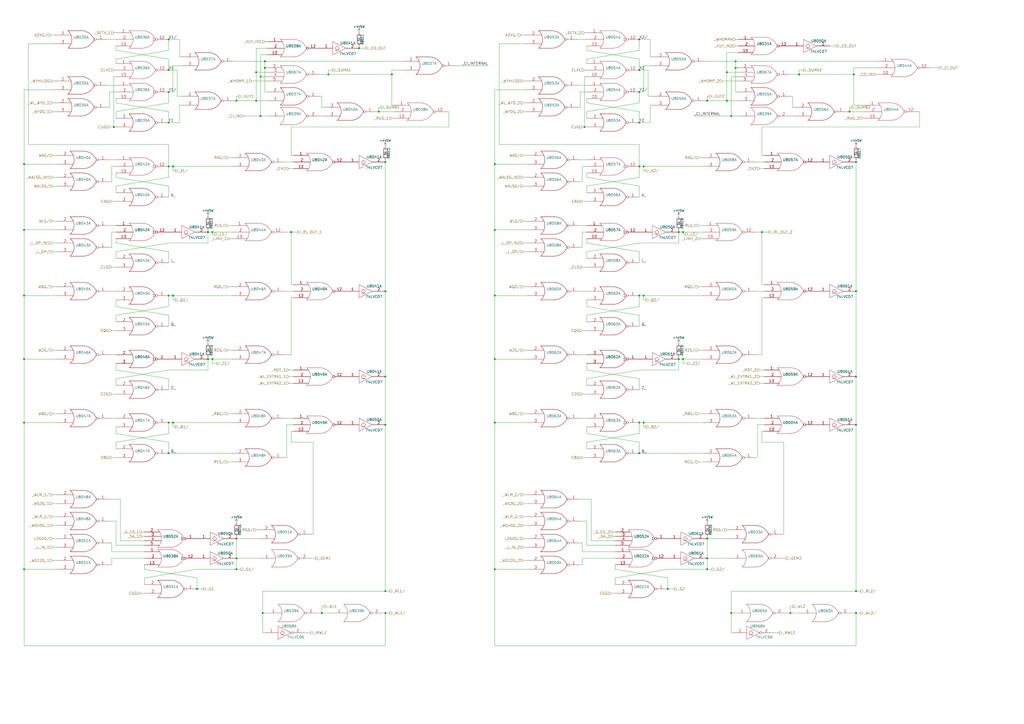
<source format=kicad_sch>
(kicad_sch (version 20211123) (generator eeschema)
  (paper "A2")
  (junction (at 370.84 262.89))
  (junction (at 373.38 245.11))
  (junction (at 97.79 53.34))
  (junction (at 13.97 133.35))
  (junction (at 13.97 95.25))
  (junction (at 287.02 133.35))
  (junction (at 458.47 355.6))
  (junction (at 396.24 208.28))
  (junction (at 287.02 171.45))
  (junction (at 97.79 71.12))
  (junction (at 463.55 43.18))
  (junction (at 370.84 96.52))
  (junction (at 97.79 40.64))
  (junction (at 13.97 245.11))
  (junction (at 151.13 67.31))
  (junction (at 168.91 134.62))
  (junction (at 287.02 245.11))
  (junction (at 287.02 330.2))
  (junction (at 393.7 134.62))
  (junction (at 287.02 208.28))
  (junction (at 370.84 53.34))
  (junction (at 441.96 134.62))
  (junction (at 153.67 39.37))
  (junction (at 223.52 218.44))
  (junction (at 496.57 218.44))
  (junction (at 496.57 355.6))
  (junction (at 114.3 341.63))
  (junction (at 424.18 67.31))
  (junction (at 426.72 39.37))
  (junction (at 186.69 355.6))
  (junction (at 373.38 171.45))
  (junction (at 151.13 44.45))
  (junction (at 153.67 35.56))
  (junction (at 66.04 73.66))
  (junction (at 208.28 27.94))
  (junction (at 410.21 312.42))
  (junction (at 120.65 208.28))
  (junction (at 373.38 96.52))
  (junction (at 370.84 40.64))
  (junction (at 370.84 22.86))
  (junction (at 190.5 43.18))
  (junction (at 100.33 96.52))
  (junction (at 97.79 171.45))
  (junction (at 148.59 41.91))
  (junction (at 123.19 208.28))
  (junction (at 410.21 323.85))
  (junction (at 97.79 22.86))
  (junction (at 227.33 43.18))
  (junction (at 496.57 93.98))
  (junction (at 123.19 134.62))
  (junction (at 100.33 171.45))
  (junction (at 97.79 96.52))
  (junction (at 120.65 134.62))
  (junction (at 410.21 330.2))
  (junction (at 13.97 208.28))
  (junction (at 370.84 245.11))
  (junction (at 137.16 330.2))
  (junction (at 396.24 134.62))
  (junction (at 424.18 355.6))
  (junction (at 137.16 58.42))
  (junction (at 496.57 168.91))
  (junction (at 223.52 168.91))
  (junction (at 492.76 64.77))
  (junction (at 496.57 246.38))
  (junction (at 137.16 312.42))
  (junction (at 495.3 43.18))
  (junction (at 421.64 58.42))
  (junction (at 410.21 58.42))
  (junction (at 137.16 323.85))
  (junction (at 223.52 342.9))
  (junction (at 13.97 330.2))
  (junction (at 223.52 93.98))
  (junction (at 496.57 342.9))
  (junction (at 370.84 171.45))
  (junction (at 421.64 41.91))
  (junction (at 426.72 35.56))
  (junction (at 97.79 262.89))
  (junction (at 387.35 341.63))
  (junction (at 370.84 71.12))
  (junction (at 97.79 245.11))
  (junction (at 223.52 246.38))
  (junction (at 393.7 208.28))
  (junction (at 100.33 245.11))
  (junction (at 148.59 58.42))
  (junction (at 152.4 355.6))
  (junction (at 13.97 171.45))
  (junction (at 223.52 355.6))
  (junction (at 219.71 64.77))
  (junction (at 287.02 95.25))
  (junction (at 339.09 73.66))
  (wire (pts (xy 152.4 367.03) (xy 153.67 367.03)))
  (wire (pts (xy 13.97 52.07) (xy 13.97 95.25)))
  (wire (pts (xy 153.67 39.37) (xy 153.67 53.34)))
  (wire (pts (xy 370.84 64.77) (xy 340.36 59.69)))
  (wire (pts (xy 306.07 107.95) (xy 303.53 107.95)))
  (wire (pts (xy 97.79 214.63) (xy 67.31 219.71)))
  (wire (pts (xy 440.69 218.44) (xy 443.23 218.44)))
  (wire (pts (xy 186.69 355.6) (xy 191.77 355.6)))
  (wire (pts (xy 33.02 107.95) (xy 30.48 107.95)))
  (wire (pts (xy 356.87 308.61) (xy 355.6 308.61)))
  (wire (pts (xy 152.4 342.9) (xy 223.52 342.9)))
  (wire (pts (xy 340.36 154.94) (xy 337.82 154.94)))
  (wire (pts (xy 154.94 24.13) (xy 153.67 24.13)))
  (wire (pts (xy 443.23 93.98) (xy 438.15 93.98)))
  (wire (pts (xy 407.67 267.97) (xy 405.13 267.97)))
  (wire (pts (xy 260.35 73.66) (xy 168.91 73.66)))
  (wire (pts (xy 67.31 64.77) (xy 67.31 68.58)))
  (wire (pts (xy 134.62 130.81) (xy 132.08 130.81)))
  (wire (pts (xy 63.5 168.91) (xy 67.31 168.91)))
  (wire (pts (xy 137.16 58.42) (xy 137.16 55.88)))
  (wire (pts (xy 410.21 312.42) (xy 410.21 323.85)))
  (wire (pts (xy 496.57 92.71) (xy 496.57 93.98)))
  (wire (pts (xy 67.31 316.23) (xy 83.82 316.23)))
  (wire (pts (xy 140.97 67.31) (xy 151.13 67.31)))
  (wire (pts (xy 458.47 355.6) (xy 458.47 351.79)))
  (wire (pts (xy 223.52 355.6) (xy 223.52 374.65)))
  (wire (pts (xy 440.69 97.79) (xy 443.23 97.79)))
  (wire (pts (xy 151.13 44.45) (xy 154.94 44.45)))
  (wire (pts (xy 287.02 330.2) (xy 287.02 374.65)))
  (wire (pts (xy 393.7 208.28) (xy 396.24 208.28)))
  (wire (pts (xy 387.35 341.63) (xy 391.16 341.63)))
  (wire (pts (xy 97.79 262.89) (xy 97.79 256.54)))
  (wire (pts (xy 33.02 166.37) (xy 30.48 166.37)))
  (wire (pts (xy 533.4 73.66) (xy 441.96 73.66)))
  (wire (pts (xy 97.79 177.8) (xy 67.31 182.88)))
  (wire (pts (xy 340.36 19.05) (xy 339.09 19.05)))
  (wire (pts (xy 304.8 20.32) (xy 302.26 20.32)))
  (wire (pts (xy 222.25 355.6) (xy 223.52 355.6)))
  (wire (pts (xy 441.96 205.74) (xy 441.96 172.72)))
  (wire (pts (xy 373.38 38.1) (xy 378.46 38.1)))
  (wire (pts (xy 340.36 265.43) (xy 337.82 265.43)))
  (wire (pts (xy 410.21 323.85) (xy 422.91 323.85)))
  (wire (pts (xy 373.38 247.65) (xy 374.65 247.65)))
  (wire (pts (xy 340.36 177.8) (xy 340.36 173.99)))
  (wire (pts (xy 83.82 330.2) (xy 83.82 327.66)))
  (wire (pts (xy 289.56 25.4) (xy 304.8 25.4)))
  (wire (pts (xy 424.18 342.9) (xy 424.18 355.6)))
  (wire (pts (xy 16.51 25.4) (xy 31.75 25.4)))
  (wire (pts (xy 370.84 96.52) (xy 370.84 102.87)))
  (wire (pts (xy 168.91 134.62) (xy 172.72 134.62)))
  (wire (pts (xy 340.36 214.63) (xy 340.36 210.82)))
  (wire (pts (xy 441.96 250.19) (xy 441.96 256.54)))
  (wire (pts (xy 438.15 134.62) (xy 441.96 134.62)))
  (wire (pts (xy 287.02 95.25) (xy 287.02 133.35)))
  (wire (pts (xy 97.79 64.77) (xy 67.31 59.69)))
  (wire (pts (xy 337.82 327.66) (xy 337.82 323.85)))
  (wire (pts (xy 67.31 102.87) (xy 67.31 100.33)))
  (wire (pts (xy 370.84 114.3) (xy 370.84 107.95)))
  (wire (pts (xy 97.79 219.71) (xy 67.31 214.63)))
  (wire (pts (xy 303.53 287.02) (xy 306.07 287.02)))
  (wire (pts (xy 287.02 208.28) (xy 306.07 208.28)))
  (wire (pts (xy 33.02 292.1) (xy 30.48 292.1)))
  (wire (pts (xy 337.82 73.66) (xy 339.09 73.66)))
  (wire (pts (xy 170.18 222.25) (xy 167.64 222.25)))
  (wire (pts (xy 153.67 35.56) (xy 233.68 35.56)))
  (wire (pts (xy 166.37 265.43) (xy 166.37 246.38)))
  (wire (pts (xy 223.52 342.9) (xy 226.06 342.9)))
  (wire (pts (xy 13.97 208.28) (xy 33.02 208.28)))
  (wire (pts (xy 83.82 335.28) (xy 83.82 339.09)))
  (wire (pts (xy 100.33 245.11) (xy 134.62 245.11)))
  (wire (pts (xy 410.21 58.42) (xy 421.64 58.42)))
  (wire (pts (xy 306.07 128.27) (xy 303.53 128.27)))
  (wire (pts (xy 458.47 67.31) (xy 461.01 67.31)))
  (wire (pts (xy 193.04 40.64) (xy 190.5 40.64)))
  (wire (pts (xy 377.19 33.02) (xy 378.46 33.02)))
  (wire (pts (xy 67.31 19.05) (xy 66.04 19.05)))
  (wire (pts (xy 337.82 134.62) (xy 340.36 134.62)))
  (wire (pts (xy 422.91 307.34) (xy 421.64 307.34)))
  (wire (pts (xy 154.94 46.99) (xy 146.05 46.99)))
  (wire (pts (xy 104.14 60.96) (xy 105.41 60.96)))
  (wire (pts (xy 407.67 166.37) (xy 405.13 166.37)))
  (wire (pts (xy 67.31 228.6) (xy 64.77 228.6)))
  (wire (pts (xy 491.49 64.77) (xy 492.76 64.77)))
  (wire (pts (xy 123.19 208.28) (xy 123.19 210.82)))
  (wire (pts (xy 387.35 330.2) (xy 356.87 335.28)))
  (wire (pts (xy 287.02 245.11) (xy 306.07 245.11)))
  (wire (pts (xy 63.5 205.74) (xy 67.31 205.74)))
  (wire (pts (xy 340.36 219.71) (xy 340.36 223.52)))
  (wire (pts (xy 304.8 64.77) (xy 303.53 64.77)))
  (wire (pts (xy 97.79 107.95) (xy 67.31 102.87)))
  (wire (pts (xy 340.36 182.88) (xy 340.36 186.69)))
  (wire (pts (xy 13.97 245.11) (xy 33.02 245.11)))
  (wire (pts (xy 373.38 171.45) (xy 373.38 173.99)))
  (wire (pts (xy 190.5 43.18) (xy 227.33 43.18)))
  (wire (pts (xy 441.96 165.1) (xy 443.23 165.1)))
  (wire (pts (xy 407.67 91.44) (xy 405.13 91.44)))
  (wire (pts (xy 114.3 341.63) (xy 114.3 335.28)))
  (wire (pts (xy 97.79 146.05) (xy 67.31 140.97)))
  (wire (pts (xy 342.9 289.56) (xy 342.9 313.69)))
  (wire (pts (xy 114.3 330.2) (xy 83.82 335.28)))
  (wire (pts (xy 97.79 40.64) (xy 97.79 34.29)))
  (wire (pts (xy 393.7 214.63) (xy 370.84 214.63)))
  (wire (pts (xy 421.64 30.48) (xy 427.99 30.48)))
  (wire (pts (xy 33.02 203.2) (xy 30.48 203.2)))
  (wire (pts (xy 289.56 83.82) (xy 289.56 25.4)))
  (wire (pts (xy 370.84 53.34) (xy 370.84 59.69)))
  (wire (pts (xy 134.62 240.03) (xy 132.08 240.03)))
  (wire (pts (xy 100.33 96.52) (xy 134.62 96.52)))
  (wire (pts (xy 100.33 38.1) (xy 105.41 38.1)))
  (wire (pts (xy 370.84 226.06) (xy 370.84 219.71)))
  (wire (pts (xy 69.85 313.69) (xy 83.82 313.69)))
  (wire (pts (xy 30.48 312.42) (xy 33.02 312.42)))
  (wire (pts (xy 463.55 43.18) (xy 495.3 43.18)))
  (wire (pts (xy 396.24 208.28) (xy 407.67 208.28)))
  (wire (pts (xy 356.87 311.15) (xy 355.6 311.15)))
  (wire (pts (xy 137.16 311.15) (xy 137.16 312.42)))
  (wire (pts (xy 377.19 71.12) (xy 377.19 60.96)))
  (wire (pts (xy 97.79 71.12) (xy 97.79 64.77)))
  (wire (pts (xy 410.21 58.42) (xy 410.21 55.88)))
  (wire (pts (xy 67.31 214.63) (xy 67.31 210.82)))
  (wire (pts (xy 463.55 40.64) (xy 463.55 43.18)))
  (wire (pts (xy 370.84 182.88) (xy 340.36 177.8)))
  (wire (pts (xy 335.28 22.86) (xy 340.36 22.86)))
  (wire (pts (xy 30.48 287.02) (xy 33.02 287.02)))
  (wire (pts (xy 63.5 62.23) (xy 63.5 53.34)))
  (wire (pts (xy 375.92 55.88) (xy 378.46 55.88)))
  (wire (pts (xy 100.33 96.52) (xy 100.33 99.06)))
  (wire (pts (xy 135.89 58.42) (xy 137.16 58.42)))
  (wire (pts (xy 337.82 320.04) (xy 356.87 320.04)))
  (wire (pts (xy 114.3 341.63) (xy 118.11 341.63)))
  (wire (pts (xy 13.97 95.25) (xy 13.97 133.35)))
  (wire (pts (xy 13.97 133.35) (xy 13.97 171.45)))
  (wire (pts (xy 63.5 302.26) (xy 67.31 302.26)))
  (wire (pts (xy 426.72 35.56) (xy 509.27 35.56)))
  (wire (pts (xy 97.79 245.11) (xy 97.79 251.46)))
  (wire (pts (xy 165.1 134.62) (xy 168.91 134.62)))
  (wire (pts (xy 168.91 165.1) (xy 170.18 165.1)))
  (wire (pts (xy 227.33 43.18) (xy 227.33 60.96)))
  (wire (pts (xy 287.02 133.35) (xy 287.02 171.45)))
  (wire (pts (xy 421.64 58.42) (xy 427.99 58.42)))
  (wire (pts (xy 340.36 191.77) (xy 337.82 191.77)))
  (wire (pts (xy 495.3 60.96) (xy 501.65 60.96)))
  (wire (pts (xy 134.62 203.2) (xy 132.08 203.2)))
  (wire (pts (xy 287.02 133.35) (xy 306.07 133.35)))
  (wire (pts (xy 104.14 22.86) (xy 104.14 33.02)))
  (wire (pts (xy 539.75 39.37) (xy 544.83 39.37)))
  (wire (pts (xy 63.5 327.66) (xy 64.77 327.66)))
  (wire (pts (xy 427.99 22.86) (xy 426.72 22.86)))
  (wire (pts (xy 303.53 312.42) (xy 306.07 312.42)))
  (wire (pts (xy 168.91 250.19) (xy 168.91 256.54)))
  (wire (pts (xy 373.38 96.52) (xy 373.38 99.06)))
  (wire (pts (xy 64.77 143.51) (xy 64.77 134.62)))
  (wire (pts (xy 340.36 64.77) (xy 340.36 68.58)))
  (wire (pts (xy 443.23 250.19) (xy 441.96 250.19)))
  (wire (pts (xy 33.02 304.8) (xy 30.48 304.8)))
  (wire (pts (xy 186.69 355.6) (xy 186.69 351.79)))
  (wire (pts (xy 387.35 341.63) (xy 387.35 335.28)))
  (wire (pts (xy 67.31 154.94) (xy 64.77 154.94)))
  (wire (pts (xy 375.92 40.64) (xy 375.92 55.88)))
  (wire (pts (xy 223.52 218.44) (xy 223.52 246.38)))
  (wire (pts (xy 306.07 166.37) (xy 303.53 166.37)))
  (wire (pts (xy 97.79 140.97) (xy 67.31 146.05)))
  (wire (pts (xy 337.82 105.41) (xy 337.82 96.52)))
  (wire (pts (xy 340.36 256.54) (xy 340.36 260.35)))
  (wire (pts (xy 342.9 313.69) (xy 356.87 313.69)))
  (wire (pts (xy 31.75 46.99) (xy 30.48 46.99)))
  (wire (pts (xy 104.14 71.12) (xy 97.79 71.12)))
  (wire (pts (xy 33.02 240.03) (xy 30.48 240.03)))
  (wire (pts (xy 83.82 311.15) (xy 82.55 311.15)))
  (wire (pts (xy 441.96 134.62) (xy 445.77 134.62)))
  (wire (pts (xy 63.5 73.66) (xy 66.04 73.66)))
  (wire (pts (xy 439.42 246.38) (xy 443.23 246.38)))
  (wire (pts (xy 97.79 29.21) (xy 67.31 34.29)))
  (wire (pts (xy 306.07 240.03) (xy 303.53 240.03)))
  (wire (pts (xy 377.19 71.12) (xy 370.84 71.12)))
  (wire (pts (xy 83.82 344.17) (xy 81.28 344.17)))
  (wire (pts (xy 97.79 251.46) (xy 67.31 256.54)))
  (wire (pts (xy 64.77 96.52) (xy 67.31 96.52)))
  (wire (pts (xy 496.57 218.44) (xy 496.57 246.38)))
  (wire (pts (xy 67.31 251.46) (xy 67.31 247.65)))
  (wire (pts (xy 152.4 355.6) (xy 153.67 355.6)))
  (wire (pts (xy 134.62 91.44) (xy 132.08 91.44)))
  (wire (pts (xy 148.59 58.42) (xy 154.94 58.42)))
  (wire (pts (xy 151.13 44.45) (xy 151.13 67.31)))
  (wire (pts (xy 336.55 92.71) (xy 340.36 92.71)))
  (wire (pts (xy 31.75 59.69) (xy 30.48 59.69)))
  (wire (pts (xy 123.19 134.62) (xy 123.19 135.89)))
  (wire (pts (xy 67.31 182.88) (xy 67.31 186.69)))
  (wire (pts (xy 441.96 172.72) (xy 443.23 172.72)))
  (wire (pts (xy 120.65 134.62) (xy 123.19 134.62)))
  (wire (pts (xy 102.87 40.64) (xy 102.87 55.88)))
  (wire (pts (xy 481.33 26.67) (xy 485.14 26.67)))
  (wire (pts (xy 149.86 307.34) (xy 148.59 307.34)))
  (wire (pts (xy 427.99 46.99) (xy 419.1 46.99)))
  (wire (pts (xy 67.31 34.29) (xy 67.31 36.83)))
  (wire (pts (xy 186.69 55.88) (xy 186.69 62.23)))
  (wire (pts (xy 180.34 323.85) (xy 182.88 323.85)))
  (wire (pts (xy 167.64 97.79) (xy 170.18 97.79)))
  (wire (pts (xy 148.59 27.94) (xy 148.59 41.91)))
  (wire (pts (xy 424.18 67.31) (xy 427.99 67.31)))
  (wire (pts (xy 373.38 173.99) (xy 374.65 173.99)))
  (wire (pts (xy 100.33 171.45) (xy 100.33 173.99)))
  (wire (pts (xy 137.16 312.42) (xy 137.16 323.85)))
  (wire (pts (xy 396.24 134.62) (xy 407.67 134.62)))
  (wire (pts (xy 33.02 128.27) (xy 30.48 128.27)))
  (wire (pts (xy 123.19 135.89) (xy 124.46 135.89)))
  (wire (pts (xy 137.16 312.42) (xy 149.86 312.42)))
  (wire (pts (xy 370.84 256.54) (xy 340.36 251.46)))
  (wire (pts (xy 339.09 73.66) (xy 340.36 73.66)))
  (wire (pts (xy 134.62 267.97) (xy 132.08 267.97)))
  (wire (pts (xy 218.44 64.77) (xy 219.71 64.77)))
  (wire (pts (xy 336.55 289.56) (xy 342.9 289.56)))
  (wire (pts (xy 370.84 96.52) (xy 373.38 96.52)))
  (wire (pts (xy 370.84 140.97) (xy 340.36 146.05)))
  (wire (pts (xy 64.77 320.04) (xy 83.82 320.04)))
  (wire (pts (xy 13.97 171.45) (xy 13.97 208.28)))
  (wire (pts (xy 152.4 355.6) (xy 152.4 367.03)))
  (wire (pts (xy 532.13 64.77) (xy 533.4 64.77)))
  (wire (pts (xy 13.97 133.35) (xy 33.02 133.35)))
  (wire (pts (xy 356.87 335.28) (xy 356.87 339.09)))
  (wire (pts (xy 13.97 330.2) (xy 33.02 330.2)))
  (wire (pts (xy 13.97 330.2) (xy 13.97 374.65)))
  (wire (pts (xy 458.47 355.6) (xy 463.55 355.6)))
  (wire (pts (xy 340.36 228.6) (xy 337.82 228.6)))
  (wire (pts (xy 100.33 245.11) (xy 100.33 247.65)))
  (wire (pts (xy 454.66 309.88) (xy 454.66 256.54)))
  (wire (pts (xy 168.91 90.17) (xy 170.18 90.17)))
  (wire (pts (xy 410.21 312.42) (xy 422.91 312.42)))
  (wire (pts (xy 168.91 172.72) (xy 170.18 172.72)))
  (wire (pts (xy 219.71 64.77) (xy 228.6 64.77)))
  (wire (pts (xy 339.09 44.45) (xy 340.36 44.45)))
  (wire (pts (xy 410.21 323.85) (xy 410.21 330.2)))
  (wire (pts (xy 407.67 130.81) (xy 405.13 130.81)))
  (wire (pts (xy 336.55 168.91) (xy 340.36 168.91)))
  (wire (pts (xy 496.57 342.9) (xy 499.11 342.9)))
  (wire (pts (xy 370.84 177.8) (xy 340.36 182.88)))
  (wire (pts (xy 97.79 189.23) (xy 97.79 182.88)))
  (wire (pts (xy 170.18 93.98) (xy 165.1 93.98)))
  (wire (pts (xy 100.33 247.65) (xy 101.6 247.65)))
  (wire (pts (xy 306.07 90.17) (xy 303.53 90.17)))
  (wire (pts (xy 370.84 29.21) (xy 340.36 34.29)))
  (wire (pts (xy 67.31 302.26) (xy 67.31 316.23)))
  (wire (pts (xy 166.37 246.38) (xy 170.18 246.38)))
  (wire (pts (xy 97.79 34.29) (xy 67.31 29.21)))
  (wire (pts (xy 168.91 134.62) (xy 168.91 165.1)))
  (wire (pts (xy 370.84 171.45) (xy 370.84 177.8)))
  (wire (pts (xy 370.84 146.05) (xy 340.36 140.97)))
  (wire (pts (xy 13.97 245.11) (xy 13.97 330.2)))
  (wire (pts (xy 458.47 351.79) (xy 459.74 351.79)))
  (wire (pts (xy 492.76 64.77) (xy 492.76 62.23)))
  (wire (pts (xy 66.04 73.66) (xy 67.31 73.66)))
  (wire (pts (xy 393.7 134.62) (xy 393.7 140.97)))
  (wire (pts (xy 219.71 62.23) (xy 220.98 62.23)))
  (wire (pts (xy 120.65 207.01) (xy 120.65 208.28)))
  (wire (pts (xy 259.08 64.77) (xy 260.35 64.77)))
  (wire (pts (xy 370.84 40.64) (xy 370.84 34.29)))
  (wire (pts (xy 223.52 168.91) (xy 223.52 218.44)))
  (wire (pts (xy 340.36 34.29) (xy 340.36 36.83)))
  (wire (pts (xy 30.48 299.72) (xy 33.02 299.72)))
  (wire (pts (xy 496.57 168.91) (xy 496.57 218.44)))
  (wire (pts (xy 167.64 218.44) (xy 170.18 218.44)))
  (wire (pts (xy 176.53 367.03) (xy 180.34 367.03)))
  (wire (pts (xy 152.4 342.9) (xy 152.4 355.6)))
  (wire (pts (xy 64.77 323.85) (xy 83.82 323.85)))
  (wire (pts (xy 458.47 55.88) (xy 459.74 55.88)))
  (wire (pts (xy 227.33 40.64) (xy 233.68 40.64)))
  (wire (pts (xy 508 43.18) (xy 509.27 43.18)))
  (wire (pts (xy 153.67 39.37) (xy 154.94 39.37)))
  (wire (pts (xy 97.79 83.82) (xy 16.51 83.82)))
  (wire (pts (xy 33.02 90.17) (xy 30.48 90.17)))
  (wire (pts (xy 134.62 166.37) (xy 132.08 166.37)))
  (wire (pts (xy 208.28 27.94) (xy 212.09 27.94)))
  (wire (pts (xy 148.59 41.91) (xy 148.59 58.42)))
  (wire (pts (xy 137.16 323.85) (xy 137.16 330.2)))
  (wire (pts (xy 120.65 214.63) (xy 97.79 214.63)))
  (wire (pts (xy 67.31 140.97) (xy 67.31 138.43)))
  (wire (pts (xy 151.13 31.75) (xy 151.13 44.45)))
  (wire (pts (xy 337.82 96.52) (xy 340.36 96.52)))
  (wire (pts (xy 340.36 40.64) (xy 339.09 40.64)))
  (wire (pts (xy 370.84 34.29) (xy 340.36 29.21)))
  (wire (pts (xy 13.97 208.28) (xy 13.97 245.11)))
  (wire (pts (xy 97.79 22.86) (xy 97.79 29.21)))
  (wire (pts (xy 13.97 171.45) (xy 33.02 171.45)))
  (wire (pts (xy 97.79 102.87) (xy 67.31 107.95)))
  (wire (pts (xy 340.36 302.26) (xy 340.36 316.23)))
  (wire (pts (xy 170.18 168.91) (xy 165.1 168.91)))
  (wire (pts (xy 356.87 344.17) (xy 354.33 344.17)))
  (wire (pts (xy 304.8 52.07) (xy 287.02 52.07)))
  (wire (pts (xy 137.16 55.88) (xy 138.43 55.88)))
  (wire (pts (xy 492.76 62.23) (xy 494.03 62.23)))
  (wire (pts (xy 97.79 114.3) (xy 97.79 107.95)))
  (wire (pts (xy 496.57 355.6) (xy 499.11 355.6)))
  (wire (pts (xy 180.34 309.88) (xy 181.61 309.88)))
  (wire (pts (xy 455.93 355.6) (xy 458.47 355.6)))
  (wire (pts (xy 336.55 302.26) (xy 340.36 302.26)))
  (wire (pts (xy 287.02 330.2) (xy 306.07 330.2)))
  (wire (pts (xy 31.75 20.32) (xy 29.21 20.32)))
  (wire (pts (xy 63.5 314.96) (xy 64.77 314.96)))
  (wire (pts (xy 336.55 130.81) (xy 340.36 130.81)))
  (wire (pts (xy 441.96 73.66) (xy 441.96 90.17)))
  (wire (pts (xy 97.79 262.89) (xy 134.62 262.89)))
  (wire (pts (xy 306.07 203.2) (xy 303.53 203.2)))
  (wire (pts (xy 373.38 171.45) (xy 407.67 171.45)))
  (wire (pts (xy 396.24 135.89) (xy 397.51 135.89)))
  (wire (pts (xy 424.18 342.9) (xy 496.57 342.9)))
  (wire (pts (xy 373.38 99.06) (xy 374.65 99.06)))
  (wire (pts (xy 494.03 355.6) (xy 496.57 355.6)))
  (wire (pts (xy 501.65 68.58) (xy 500.38 68.58)))
  (wire (pts (xy 373.38 53.34) (xy 373.38 38.1)))
  (wire (pts (xy 67.31 219.71) (xy 67.31 223.52)))
  (wire (pts (xy 424.18 367.03) (xy 425.45 367.03)))
  (wire (pts (xy 97.79 96.52) (xy 97.79 102.87)))
  (wire (pts (xy 114.3 335.28) (xy 83.82 330.2)))
  (wire (pts (xy 62.23 62.23) (xy 63.5 62.23)))
  (wire (pts (xy 304.8 59.69) (xy 303.53 59.69)))
  (wire (pts (xy 170.18 250.19) (xy 168.91 250.19)))
  (wire (pts (xy 67.31 191.77) (xy 64.77 191.77)))
  (wire (pts (xy 336.55 314.96) (xy 337.82 314.96)))
  (wire (pts (xy 387.35 335.28) (xy 356.87 330.2)))
  (wire (pts (xy 441.96 134.62) (xy 441.96 165.1)))
  (wire (pts (xy 31.75 52.07) (xy 13.97 52.07)))
  (wire (pts (xy 181.61 309.88) (xy 181.61 256.54)))
  (wire (pts (xy 496.57 93.98) (xy 496.57 168.91)))
  (wire (pts (xy 120.65 208.28) (xy 120.65 214.63)))
  (wire (pts (xy 63.5 92.71) (xy 67.31 92.71)))
  (wire (pts (xy 370.84 59.69) (xy 340.36 64.77)))
  (wire (pts (xy 97.79 96.52) (xy 100.33 96.52)))
  (wire (pts (xy 62.23 49.53) (xy 67.31 49.53)))
  (wire (pts (xy 340.36 316.23) (xy 356.87 316.23)))
  (wire (pts (xy 66.04 73.66) (xy 66.04 44.45)))
  (wire (pts (xy 137.16 58.42) (xy 148.59 58.42)))
  (wire (pts (xy 227.33 60.96) (xy 228.6 60.96)))
  (wire (pts (xy 421.64 41.91) (xy 427.99 41.91)))
  (wire (pts (xy 219.71 64.77) (xy 219.71 62.23)))
  (wire (pts (xy 408.94 58.42) (xy 410.21 58.42)))
  (wire (pts (xy 393.7 140.97) (xy 370.84 140.97)))
  (wire (pts (xy 123.19 208.28) (xy 134.62 208.28)))
  (wire (pts (xy 186.69 62.23) (xy 187.96 62.23)))
  (wire (pts (xy 97.79 53.34) (xy 100.33 53.34)))
  (wire (pts (xy 31.75 64.77) (xy 30.48 64.77)))
  (wire (pts (xy 104.14 71.12) (xy 104.14 60.96)))
  (wire (pts (xy 120.65 134.62) (xy 120.65 140.97)))
  (wire (pts (xy 340.36 251.46) (xy 340.36 247.65)))
  (wire (pts (xy 64.77 327.66) (xy 64.77 323.85)))
  (wire (pts (xy 496.57 374.65) (xy 287.02 374.65)))
  (wire (pts (xy 135.89 35.56) (xy 153.67 35.56)))
  (wire (pts (xy 67.31 29.21) (xy 67.31 26.67)))
  (wire (pts (xy 63.5 143.51) (xy 64.77 143.51)))
  (wire (pts (xy 373.38 245.11) (xy 407.67 245.11)))
  (wire (pts (xy 448.31 367.03) (xy 452.12 367.03)))
  (wire (pts (xy 370.84 251.46) (xy 340.36 256.54)))
  (wire (pts (xy 63.5 242.57) (xy 67.31 242.57)))
  (wire (pts (xy 63.5 289.56) (xy 69.85 289.56)))
  (wire (pts (xy 459.74 62.23) (xy 461.01 62.23)))
  (wire (pts (xy 336.55 105.41) (xy 337.82 105.41)))
  (wire (pts (xy 97.79 256.54) (xy 67.31 251.46)))
  (wire (pts (xy 120.65 208.28) (xy 123.19 208.28)))
  (wire (pts (xy 33.02 317.5) (xy 30.48 317.5)))
  (wire (pts (xy 223.52 246.38) (xy 223.52 342.9)))
  (wire (pts (xy 454.66 256.54) (xy 441.96 256.54)))
  (wire (pts (xy 438.15 242.57) (xy 443.23 242.57)))
  (wire (pts (xy 339.09 73.66) (xy 339.09 44.45)))
  (wire (pts (xy 340.36 102.87) (xy 340.36 100.33)))
  (wire (pts (xy 97.79 22.86) (xy 104.14 22.86)))
  (wire (pts (xy 102.87 55.88) (xy 105.41 55.88)))
  (wire (pts (xy 120.65 140.97) (xy 97.79 140.97)))
  (wire (pts (xy 16.51 83.82) (xy 16.51 25.4)))
  (wire (pts (xy 495.3 43.18) (xy 495.3 60.96)))
  (wire (pts (xy 370.84 83.82) (xy 370.84 96.52)))
  (wire (pts (xy 453.39 309.88) (xy 454.66 309.88)))
  (wire (pts (xy 373.38 96.52) (xy 407.67 96.52)))
  (wire (pts (xy 387.35 330.2) (xy 410.21 330.2)))
  (wire (pts (xy 424.18 355.6) (xy 424.18 367.03)))
  (wire (pts (xy 186.69 351.79) (xy 187.96 351.79)))
  (wire (pts (xy 33.02 102.87) (xy 30.48 102.87)))
  (wire (pts (xy 466.09 40.64) (xy 463.55 40.64)))
  (wire (pts (xy 443.23 222.25) (xy 440.69 222.25)))
  (wire (pts (xy 223.52 374.65) (xy 13.97 374.65)))
  (wire (pts (xy 438.15 265.43) (xy 439.42 265.43)))
  (wire (pts (xy 370.84 245.11) (xy 373.38 245.11)))
  (wire (pts (xy 424.18 44.45) (xy 424.18 67.31)))
  (wire (pts (xy 407.67 240.03) (xy 405.13 240.03)))
  (wire (pts (xy 170.18 214.63) (xy 167.64 214.63)))
  (wire (pts (xy 97.79 83.82) (xy 97.79 96.52)))
  (wire (pts (xy 306.07 325.12) (xy 303.53 325.12)))
  (wire (pts (xy 67.31 177.8) (xy 67.31 173.99)))
  (wire (pts (xy 492.76 64.77) (xy 501.65 64.77)))
  (wire (pts (xy 370.84 219.71) (xy 340.36 214.63)))
  (wire (pts (xy 340.36 140.97) (xy 340.36 138.43)))
  (wire (pts (xy 13.97 95.25) (xy 33.02 95.25)))
  (wire (pts (xy 184.15 355.6) (xy 186.69 355.6)))
  (wire (pts (xy 264.16 38.1) (xy 283.21 38.1)))
  (wire (pts (xy 185.42 55.88) (xy 186.69 55.88)))
  (wire (pts (xy 100.33 171.45) (xy 134.62 171.45)))
  (wire (pts (xy 114.3 330.2) (xy 137.16 330.2)))
  (wire (pts (xy 153.67 35.56) (xy 153.67 39.37)))
  (wire (pts (xy 421.64 58.42) (xy 421.64 41.91)))
  (wire (pts (xy 185.42 67.31) (xy 187.96 67.31)))
  (wire (pts (xy 441.96 205.74) (xy 438.15 205.74)))
  (wire (pts (xy 67.31 265.43) (xy 64.77 265.43)))
  (wire (pts (xy 97.79 182.88) (xy 67.31 177.8)))
  (wire (pts (xy 495.3 39.37) (xy 495.3 43.18)))
  (wire (pts (xy 33.02 325.12) (xy 30.48 325.12)))
  (wire (pts (xy 97.79 59.69) (xy 67.31 64.77)))
  (wire (pts (xy 340.36 146.05) (xy 340.36 149.86)))
  (wire (pts (xy 181.61 256.54) (xy 168.91 256.54)))
  (wire (pts (xy 123.19 210.82) (xy 125.73 210.82)))
  (wire (pts (xy 453.39 323.85) (xy 455.93 323.85)))
  (wire (pts (xy 66.04 44.45) (xy 67.31 44.45)))
  (wire (pts (xy 287.02 171.45) (xy 306.07 171.45)))
  (wire (pts (xy 340.36 107.95) (xy 340.36 111.76)))
  (wire (pts (xy 67.31 116.84) (xy 64.77 116.84)))
  (wire (pts (xy 439.42 265.43) (xy 439.42 246.38)))
  (wire (pts (xy 120.65 133.35) (xy 120.65 134.62)))
  (wire (pts (xy 340.36 59.69) (xy 340.36 57.15)))
  (wire (pts (xy 67.31 256.54) (xy 67.31 260.35)))
  (wire (pts (xy 153.67 53.34) (xy 154.94 53.34)))
  (wire (pts (xy 370.84 53.34) (xy 373.38 53.34)))
  (wire (pts (xy 168.91 205.74) (xy 165.1 205.74)))
  (wire (pts (xy 393.7 133.35) (xy 393.7 134.62)))
  (wire (pts (xy 62.23 22.86) (xy 67.31 22.86)))
  (wire (pts (xy 336.55 143.51) (xy 337.82 143.51)))
  (wire (pts (xy 97.79 226.06) (xy 97.79 219.71)))
  (wire (pts (xy 337.82 143.51) (xy 337.82 134.62)))
  (wire (pts (xy 69.85 289.56) (xy 69.85 313.69)))
  (wire (pts (xy 64.77 105.41) (xy 64.77 96.52)))
  (wire (pts (xy 336.55 53.34) (xy 340.36 53.34)))
  (wire (pts (xy 223.52 93.98) (xy 223.52 168.91)))
  (wire (pts (xy 287.02 95.25) (xy 306.07 95.25)))
  (wire (pts (xy 370.84 22.86) (xy 370.84 29.21)))
  (wire (pts (xy 336.55 62.23) (xy 336.55 53.34)))
  (wire (pts (xy 306.07 146.05) (xy 303.53 146.05)))
  (wire (pts (xy 370.84 262.89) (xy 407.67 262.89)))
  (wire (pts (xy 168.91 205.74) (xy 168.91 172.72)))
  (wire (pts (xy 459.74 55.88) (xy 459.74 62.23)))
  (wire (pts (xy 148.59 41.91) (xy 154.94 41.91)))
  (wire (pts (xy 185.42 43.18) (xy 190.5 43.18)))
  (wire (pts (xy 373.38 245.11) (xy 373.38 247.65)))
  (wire (pts (xy 426.72 39.37) (xy 427.99 39.37)))
  (wire (pts (xy 377.19 22.86) (xy 377.19 33.02)))
  (wire (pts (xy 165.1 265.43) (xy 166.37 265.43)))
  (wire (pts (xy 151.13 67.31) (xy 154.94 67.31)))
  (wire (pts (xy 100.33 53.34) (xy 100.33 38.1)))
  (wire (pts (xy 287.02 245.11) (xy 287.02 330.2)))
  (wire (pts (xy 407.67 203.2) (xy 405.13 203.2)))
  (wire (pts (xy 335.28 49.53) (xy 340.36 49.53)))
  (wire (pts (xy 393.7 207.01) (xy 393.7 208.28)))
  (wire (pts (xy 336.55 242.57) (xy 340.36 242.57)))
  (wire (pts (xy 370.84 189.23) (xy 370.84 182.88)))
  (wire (pts (xy 443.23 214.63) (xy 440.69 214.63)))
  (wire (pts (xy 410.21 311.15) (xy 410.21 312.42)))
  (wire (pts (xy 165.1 242.57) (xy 170.18 242.57)))
  (wire (pts (xy 337.82 323.85) (xy 356.87 323.85)))
  (wire (pts (xy 287.02 208.28) (xy 287.02 245.11)))
  (wire (pts (xy 335.28 62.23) (xy 336.55 62.23)))
  (wire (pts (xy 336.55 327.66) (xy 337.82 327.66)))
  (wire (pts (xy 97.79 171.45) (xy 100.33 171.45)))
  (wire (pts (xy 306.07 317.5) (xy 303.53 317.5)))
  (wire (pts (xy 370.84 107.95) (xy 340.36 102.87)))
  (wire (pts (xy 393.7 208.28) (xy 393.7 214.63)))
  (wire (pts (xy 407.67 138.43) (xy 406.4 138.43)))
  (wire (pts (xy 304.8 46.99) (xy 303.53 46.99)))
  (wire (pts (xy 370.84 22.86) (xy 377.19 22.86)))
  (wire (pts (xy 426.72 53.34) (xy 427.99 53.34)))
  (wire (pts (xy 496.57 246.38) (xy 496.57 342.9)))
  (wire (pts (xy 223.52 92.71) (xy 223.52 93.98)))
  (wire (pts (xy 424.18 355.6) (xy 425.45 355.6)))
  (wire (pts (xy 168.91 73.66) (xy 168.91 90.17)))
  (wire (pts (xy 396.24 210.82) (xy 398.78 210.82)))
  (wire (pts (xy 426.72 35.56) (xy 426.72 39.37)))
  (wire (pts (xy 410.21 55.88) (xy 411.48 55.88)))
  (wire (pts (xy 356.87 330.2) (xy 356.87 327.66)))
  (wire (pts (xy 443.23 168.91) (xy 438.15 168.91)))
  (wire (pts (xy 370.84 71.12) (xy 370.84 64.77)))
  (wire (pts (xy 370.84 214.63) (xy 340.36 219.71)))
  (wire (pts (xy 63.5 130.81) (xy 67.31 130.81)))
  (wire (pts (xy 64.77 314.96) (xy 64.77 320.04)))
  (wire (pts (xy 260.35 64.77) (xy 260.35 73.66)))
  (wire (pts (xy 227.33 40.64) (xy 227.33 43.18)))
  (wire (pts (xy 223.52 355.6) (xy 226.06 355.6)))
  (wire (pts (xy 97.79 245.11) (xy 100.33 245.11)))
  (wire (pts (xy 408.94 35.56) (xy 426.72 35.56)))
  (wire (pts (xy 427.99 44.45) (xy 424.18 44.45)))
  (wire (pts (xy 100.33 99.06) (xy 101.6 99.06)))
  (wire (pts (xy 306.07 304.8) (xy 303.53 304.8)))
  (wire (pts (xy 303.53 299.72) (xy 306.07 299.72)))
  (wire (pts (xy 370.84 171.45) (xy 373.38 171.45)))
  (wire (pts (xy 340.36 116.84) (xy 337.82 116.84)))
  (wire (pts (xy 396.24 134.62) (xy 396.24 135.89)))
  (wire (pts (xy 104.14 33.02) (xy 105.41 33.02)))
  (wire (pts (xy 370.84 102.87) (xy 340.36 107.95)))
  (wire (pts (xy 33.02 140.97) (xy 30.48 140.97)))
  (wire (pts (xy 123.19 134.62) (xy 134.62 134.62)))
  (wire (pts (xy 67.31 107.95) (xy 67.31 111.76)))
  (wire (pts (xy 370.84 262.89) (xy 370.84 256.54)))
  (wire (pts (xy 533.4 64.77) (xy 533.4 73.66)))
  (wire (pts (xy 393.7 134.62) (xy 396.24 134.62)))
  (wire (pts (xy 67.31 146.05) (xy 67.31 149.86)))
  (wire (pts (xy 410.21 330.2) (xy 412.75 330.2)))
  (wire (pts (xy 208.28 27.94) (xy 208.28 26.67)))
  (wire (pts (xy 151.13 31.75) (xy 154.94 31.75)))
  (wire (pts (xy 495.3 39.37) (xy 509.27 39.37)))
  (wire (pts (xy 340.36 29.21) (xy 340.36 26.67)))
  (wire (pts (xy 33.02 146.05) (xy 30.48 146.05)))
  (wire (pts (xy 83.82 308.61) (xy 82.55 308.61)))
  (wire (pts (xy 496.57 355.6) (xy 496.57 374.65)))
  (wire (pts (xy 97.79 40.64) (xy 102.87 40.64)))
  (wire (pts (xy 370.84 245.11) (xy 370.84 251.46)))
  (wire (pts (xy 134.62 138.43) (xy 133.35 138.43)))
  (wire (pts (xy 100.33 173.99) (xy 101.6 173.99)))
  (wire (pts (xy 137.16 330.2) (xy 139.7 330.2)))
  (wire (pts (xy 396.24 208.28) (xy 396.24 210.82)))
  (wire (pts (xy 427.99 26.67) (xy 426.72 26.67)))
  (wire (pts (xy 228.6 68.58) (xy 227.33 68.58)))
  (wire (pts (xy 137.16 323.85) (xy 149.86 323.85)))
  (wire (pts (xy 370.84 152.4) (xy 370.84 146.05)))
  (wire (pts (xy 97.79 171.45) (xy 97.79 177.8)))
  (wire (pts (xy 421.64 41.91) (xy 421.64 30.48)))
  (wire (pts (xy 370.84 40.64) (xy 375.92 40.64)))
  (wire (pts (xy 458.47 43.18) (xy 463.55 43.18)))
  (wire (pts (xy 97.79 53.34) (xy 97.79 59.69)))
  (wire (pts (xy 306.07 140.97) (xy 303.53 140.97)))
  (wire (pts (xy 287.02 171.45) (xy 287.02 208.28)))
  (wire (pts (xy 97.79 152.4) (xy 97.79 146.05)))
  (wire (pts (xy 336.55 205.74) (xy 340.36 205.74)))
  (wire (pts (xy 63.5 105.41) (xy 64.77 105.41)))
  (wire (pts (xy 190.5 40.64) (xy 190.5 43.18)))
  (wire (pts (xy 63.5 53.34) (xy 67.31 53.34)))
  (wire (pts (xy 441.96 90.17) (xy 443.23 90.17)))
  (wire (pts (xy 402.59 67.31) (xy 424.18 67.31)))
  (wire (pts (xy 377.19 60.96) (xy 378.46 60.96)))
  (wire (pts (xy 67.31 40.64) (xy 66.04 40.64)))
  (wire (pts (xy 306.07 102.87) (xy 303.53 102.87)))
  (wire (pts (xy 426.72 39.37) (xy 426.72 53.34)))
  (wire (pts (xy 306.07 292.1) (xy 303.53 292.1)))
  (wire (pts (xy 64.77 134.62) (xy 67.31 134.62)))
  (wire (pts (xy 287.02 52.07) (xy 287.02 95.25)))
  (wire (pts (xy 370.84 83.82) (xy 289.56 83.82)))
  (wire (pts (xy 148.59 27.94) (xy 154.94 27.94)))
  (wire (pts (xy 337.82 314.96) (xy 337.82 320.04)))
  (wire (pts (xy 67.31 59.69) (xy 67.31 57.15)))
  (text "L_" (at 99.06 152.4 0) (effects (font (size 1.524 1.524)) (justify left bottom)))
  (text "Z_" (at 99.06 226.06 0) (effects (font (size 1.524 1.524)) (justify left bottom)))
  (text "Z_" (at 372.11 226.06 0) (effects (font (size 1.524 1.524)) (justify left bottom)))
  (text "L_" (at 372.11 152.4 0) (effects (font (size 1.524 1.524)) (justify left bottom)))
  (text "A_" (at 372.11 114.3 0) (effects (font (size 1.524 1.524)) (justify left bottom)))
  (text "B_" (at 99.06 262.89 0) (effects (font (size 1.524 1.524)) (justify left bottom)))
  (text "B_" (at 372.11 262.89 0) (effects (font (size 1.524 1.524)) (justify left bottom)))
  (text "Q_" (at 99.06 189.23 0) (effects (font (size 1.524 1.524)) (justify left bottom)))
  (text "A_" (at 99.06 114.3 0) (effects (font (size 1.524 1.524)) (justify left bottom)))
  (text "Q_" (at 372.11 189.23 0) (effects (font (size 1.524 1.524)) (justify left bottom)))
  (label "Y1/" (at 97.79 53.34 0) (effects (font (size 1.524 1.524))))
  (label "X2/" (at 370.84 22.86 0) (effects (font (size 1.524 1.524))))
  (label "X1" (at 97.79 40.64 0) (effects (font (size 1.524 1.524))))
  (label "_CI_INTERNAL" (at 402.59 67.31 0) (effects (font (size 1.524 1.524))))
  (label "X1/" (at 97.79 22.86 0) (effects (font (size 1.524 1.524))))
  (label "Y1" (at 97.79 71.12 0) (effects (font (size 1.524 1.524))))
  (label "X2" (at 370.84 40.64 0) (effects (font (size 1.524 1.524))))
  (label "Y2" (at 370.84 71.12 0) (effects (font (size 1.524 1.524))))
  (label "Y2/" (at 370.84 53.34 0) (effects (font (size 1.524 1.524))))
  (label "_CI_INTERNAL" (at 283.21 38.1 180) (effects (font (size 1.524 1.524))))
  (hierarchical_label "_XUY_IN1" (shape input) (at 153.67 24.13 180) (effects (font (size 1.524 1.524))))
  (hierarchical_label "CUG" (shape input) (at 63.5 73.66 180) (effects (font (size 1.524 1.524))))
  (hierarchical_label "_WYDG_1" (shape input) (at 30.48 64.77 180) (effects (font (size 1.524 1.524))))
  (hierarchical_label "_SETX_2" (shape input) (at 339.09 19.05 180) (effects (font (size 1.524 1.524))))
  (hierarchical_label "CLXC" (shape input) (at 66.04 40.64 180) (effects (font (size 1.524 1.524))))
  (hierarchical_label "_MWL1" (shape output) (at 180.34 367.03 0) (effects (font (size 1.524 1.524))))
  (hierarchical_label "_G_ED_2" (shape input) (at 355.6 308.61 180) (effects (font (size 1.524 1.524))))
  (hierarchical_label "_L_IN_1" (shape input) (at 30.48 317.5 180) (effects (font (size 1.524 1.524))))
  (hierarchical_label "A2XG/" (shape input) (at 29.21 20.32 180) (effects (font (size 1.524 1.524))))
  (hierarchical_label "_G2" (shape output) (at 391.16 341.63 0) (effects (font (size 1.524 1.524))))
  (hierarchical_label "_XUY_IN2" (shape input) (at 426.72 26.67 180) (effects (font (size 1.524 1.524))))
  (hierarchical_label "_Z1/" (shape output) (at 125.73 210.82 0) (effects (font (size 1.524 1.524))))
  (hierarchical_label "_CI_IN" (shape input) (at 140.97 67.31 180) (effects (font (size 1.524 1.524))))
  (hierarchical_label "_SETX_1" (shape input) (at 66.04 19.05 180) (effects (font (size 1.524 1.524))))
  (hierarchical_label "_WALSG_IN2" (shape input) (at 303.53 102.87 180) (effects (font (size 1.524 1.524))))
  (hierarchical_label "_SA_2" (shape input) (at 355.6 311.15 180) (effects (font (size 1.524 1.524))))
  (hierarchical_label "CZG" (shape input) (at 337.82 228.6 180) (effects (font (size 1.524 1.524))))
  (hierarchical_label "CQG" (shape input) (at 64.77 191.77 180) (effects (font (size 1.524 1.524))))
  (hierarchical_label "RCG/" (shape input) (at 405.13 267.97 180) (effects (font (size 1.524 1.524))))
  (hierarchical_label "_WL2/" (shape output) (at 499.11 355.6 0) (effects (font (size 1.524 1.524))))
  (hierarchical_label "CGG" (shape input) (at 354.33 344.17 180) (effects (font (size 1.524 1.524))))
  (hierarchical_label "L2GDG/" (shape input) (at 30.48 312.42 180) (effects (font (size 1.524 1.524))))
  (hierarchical_label "_G1/" (shape output) (at 139.7 330.2 0) (effects (font (size 1.524 1.524))))
  (hierarchical_label "_SUMB1" (shape output) (at 220.98 62.23 0) (effects (font (size 1.524 1.524))))
  (hierarchical_label "_CH2" (shape input) (at 440.69 97.79 180) (effects (font (size 1.524 1.524))))
  (hierarchical_label "_RL1/" (shape output) (at 226.06 342.9 0) (effects (font (size 1.524 1.524))))
  (hierarchical_label "RAG/" (shape input) (at 405.13 91.44 180) (effects (font (size 1.524 1.524))))
  (hierarchical_label "_L1/" (shape output) (at 124.46 135.89 0) (effects (font (size 1.524 1.524))))
  (hierarchical_label "WZG/" (shape input) (at 303.53 203.2 180) (effects (font (size 1.524 1.524))))
  (hierarchical_label "_WL_EXTRA2_1" (shape input) (at 167.64 222.25 180) (effects (font (size 1.524 1.524))))
  (hierarchical_label "_L_OP/" (shape input) (at 30.48 146.05 180) (effects (font (size 1.524 1.524))))
  (hierarchical_label "_B2/" (shape output) (at 374.65 247.65 0) (effects (font (size 1.524 1.524))))
  (hierarchical_label "_B1/" (shape output) (at 101.6 247.65 0) (effects (font (size 1.524 1.524))))
  (hierarchical_label "_L_OP_IN2" (shape input) (at 303.53 140.97 180) (effects (font (size 1.524 1.524))))
  (hierarchical_label "WQG/" (shape input) (at 303.53 166.37 180) (effects (font (size 1.524 1.524))))
  (hierarchical_label "_RL_OUT_1" (shape output) (at 172.72 134.62 0) (effects (font (size 1.524 1.524))))
  (hierarchical_label "_WALSG_IN1" (shape input) (at 30.48 102.87 180) (effects (font (size 1.524 1.524))))
  (hierarchical_label "_WLM_1/" (shape input) (at 30.48 287.02 180) (effects (font (size 1.524 1.524))))
  (hierarchical_label "_CO_IN" (shape input) (at 508 43.18 180) (effects (font (size 1.524 1.524))))
  (hierarchical_label "_WG45G_2" (shape input) (at 303.53 304.8 180) (effects (font (size 1.524 1.524))))
  (hierarchical_label "CGG" (shape input) (at 81.28 344.17 180) (effects (font (size 1.524 1.524))))
  (hierarchical_label "WBG/" (shape input) (at 303.53 240.03 180) (effects (font (size 1.524 1.524))))
  (hierarchical_label "_L_OP/" (shape input) (at 303.53 146.05 180) (effects (font (size 1.524 1.524))))
  (hierarchical_label "_WYHILOG" (shape input) (at 30.48 46.99 180) (effects (font (size 1.524 1.524))))
  (hierarchical_label "WAG/" (shape input) (at 303.53 90.17 180) (effects (font (size 1.524 1.524))))
  (hierarchical_label "_WL_EXTRA2_2" (shape input) (at 440.69 222.25 180) (effects (font (size 1.524 1.524))))
  (hierarchical_label "_WL2" (shape output) (at 459.74 351.79 0) (effects (font (size 1.524 1.524))))
  (hierarchical_label "_Q2/" (shape output) (at 374.65 173.99 0) (effects (font (size 1.524 1.524))))
  (hierarchical_label "WQG/" (shape input) (at 30.48 166.37 180) (effects (font (size 1.524 1.524))))
  (hierarchical_label "WBG/" (shape input) (at 30.48 240.03 180) (effects (font (size 1.524 1.524))))
  (hierarchical_label "L2GDG/" (shape input) (at 303.53 312.42 180) (effects (font (size 1.524 1.524))))
  (hierarchical_label "_CLG" (shape input) (at 64.77 154.94 180) (effects (font (size 1.524 1.524))))
  (hierarchical_label "_SUMA1" (shape output) (at 193.04 40.64 0) (effects (font (size 1.524 1.524))))
  (hierarchical_label "RAG/" (shape input) (at 132.08 91.44 180) (effects (font (size 1.524 1.524))))
  (hierarchical_label "_RUG_1" (shape input) (at 227.33 68.58 180) (effects (font (size 1.524 1.524))))
  (hierarchical_label "RLG/" (shape input) (at 132.08 130.81 180) (effects (font (size 1.524 1.524))))
  (hierarchical_label "WALSG/" (shape input) (at 30.48 107.95 180) (effects (font (size 1.524 1.524))))
  (hierarchical_label "_WLM_2/" (shape input) (at 303.53 287.02 180) (effects (font (size 1.524 1.524))))
  (hierarchical_label "RQG/" (shape input) (at 405.13 166.37 180) (effects (font (size 1.524 1.524))))
  (hierarchical_label "_WG3G_1" (shape input) (at 30.48 292.1 180) (effects (font (size 1.524 1.524))))
  (hierarchical_label "_WYDG_2" (shape input) (at 303.53 64.77 180) (effects (font (size 1.524 1.524))))
  (hierarchical_label "_L_IN_2" (shape input) (at 303.53 317.5 180) (effects (font (size 1.524 1.524))))
  (hierarchical_label "_SUMA2" (shape output) (at 466.09 40.64 0) (effects (font (size 1.524 1.524))))
  (hierarchical_label "_GEM2" (shape output) (at 455.93 323.85 0) (effects (font (size 1.524 1.524))))
  (hierarchical_label "_RBG/" (shape input) (at 405.13 240.03 180) (effects (font (size 1.524 1.524))))
  (hierarchical_label "_G1" (shape output) (at 118.11 341.63 0) (effects (font (size 1.524 1.524))))
  (hierarchical_label "RZG/" (shape input) (at 132.08 203.2 180) (effects (font (size 1.524 1.524))))
  (hierarchical_label "WLG/" (shape input) (at 30.48 128.27 180) (effects (font (size 1.524 1.524))))
  (hierarchical_label "RGG/" (shape input) (at 148.59 307.34 180) (effects (font (size 1.524 1.524))))
  (hierarchical_label "_WL1" (shape output) (at 187.96 351.79 0) (effects (font (size 1.524 1.524))))
  (hierarchical_label "CAG" (shape input) (at 64.77 116.84 180) (effects (font (size 1.524 1.524))))
  (hierarchical_label "_XUY1" (shape output) (at 138.43 55.88 0) (effects (font (size 1.524 1.524))))
  (hierarchical_label "_Q1/" (shape output) (at 101.6 173.99 0) (effects (font (size 1.524 1.524))))
  (hierarchical_label "CAG" (shape input) (at 337.82 116.84 180) (effects (font (size 1.524 1.524))))
  (hierarchical_label "_WHOMP_2" (shape input) (at 419.1 46.99 180) (effects (font (size 1.524 1.524))))
  (hierarchical_label "WLG/" (shape input) (at 303.53 128.27 180) (effects (font (size 1.524 1.524))))
  (hierarchical_label "RGG/" (shape input) (at 421.64 307.34 180) (effects (font (size 1.524 1.524))))
  (hierarchical_label "_RL_OUT_2" (shape output) (at 445.77 134.62 0) (effects (font (size 1.524 1.524))))
  (hierarchical_label "_RBG/" (shape input) (at 132.08 240.03 180) (effects (font (size 1.524 1.524))))
  (hierarchical_label "_WLP_1/" (shape input) (at 30.48 299.72 180) (effects (font (size 1.524 1.524))))
  (hierarchical_label "_WG12G_1" (shape input) (at 30.48 325.12 180) (effects (font (size 1.524 1.524))))
  (hierarchical_label "_LINH_1" (shape input) (at 133.35 138.43 180) (effects (font (size 1.524 1.524))))
  (hierarchical_label "CZG" (shape input) (at 64.77 228.6 180) (effects (font (size 1.524 1.524))))
  (hierarchical_label "CQG" (shape input) (at 337.82 191.77 180) (effects (font (size 1.524 1.524))))
  (hierarchical_label "_CO_OUT" (shape output) (at 212.09 27.94 0) (effects (font (size 1.524 1.524))))
  (hierarchical_label "_CO_OUT" (shape output) (at 485.14 26.67 0) (effects (font (size 1.524 1.524))))
  (hierarchical_label "A2XG/" (shape input) (at 302.26 20.32 180) (effects (font (size 1.524 1.524))))
  (hierarchical_label "WALSG/" (shape input) (at 303.53 107.95 180) (effects (font (size 1.524 1.524))))
  (hierarchical_label "_G_ED_1" (shape input) (at 82.55 308.61 180) (effects (font (size 1.524 1.524))))
  (hierarchical_label "_A2/" (shape output) (at 374.65 99.06 0) (effects (font (size 1.524 1.524))))
  (hierarchical_label "RLG/" (shape input) (at 405.13 130.81 180) (effects (font (size 1.524 1.524))))
  (hierarchical_label "_L2/" (shape output) (at 397.51 135.89 0) (effects (font (size 1.524 1.524))))
  (hierarchical_label "CBG" (shape input) (at 64.77 265.43 180) (effects (font (size 1.524 1.524))))
  (hierarchical_label "_WL_WYD_1" (shape input) (at 30.48 59.69 180) (effects (font (size 1.524 1.524))))
  (hierarchical_label "_MDT_1" (shape input) (at 167.64 214.63 180) (effects (font (size 1.524 1.524))))
  (hierarchical_label "_CI_OUT" (shape output) (at 544.83 39.37 0) (effects (font (size 1.524 1.524))))
  (hierarchical_label "RCG/" (shape input) (at 132.08 267.97 180) (effects (font (size 1.524 1.524))))
  (hierarchical_label "_WL1/" (shape output) (at 226.06 355.6 0) (effects (font (size 1.524 1.524))))
  (hierarchical_label "_WG3G_2" (shape input) (at 303.53 292.1 180) (effects (font (size 1.524 1.524))))
  (hierarchical_label "CUG" (shape input) (at 337.82 73.66 180) (effects (font (size 1.524 1.524))))
  (hierarchical_label "_WL_EXTRA1_2" (shape input) (at 440.69 218.44 180) (effects (font (size 1.524 1.524))))
  (hierarchical_label "_MWL2" (shape output) (at 452.12 367.03 0) (effects (font (size 1.524 1.524))))
  (hierarchical_label "_WLP_2/" (shape input) (at 303.53 299.72 180) (effects (font (size 1.524 1.524))))
  (hierarchical_label "_Z2/" (shape output) (at 398.78 210.82 0) (effects (font (size 1.524 1.524))))
  (hierarchical_label "RQG/" (shape input) (at 132.08 166.37 180) (effects (font (size 1.524 1.524))))
  (hierarchical_label "_MDT_2" (shape input) (at 440.69 214.63 180) (effects (font (size 1.524 1.524))))
  (hierarchical_label "_WHOMP_1" (shape input) (at 146.05 46.99 180) (effects (font (size 1.524 1.524))))
  (hierarchical_label "_G2/" (shape output) (at 412.75 330.2 0) (effects (font (size 1.524 1.524))))
  (hierarchical_label "_WL_WYD_2" (shape input) (at 303.53 59.69 180) (effects (font (size 1.524 1.524))))
  (hierarchical_label "CLXC" (shape input) (at 339.09 40.64 180) (effects (font (size 1.524 1.524))))
  (hierarchical_label "_A1/" (shape output) (at 101.6 99.06 0) (effects (font (size 1.524 1.524))))
  (hierarchical_label "_CLG" (shape input) (at 337.82 154.94 180) (effects (font (size 1.524 1.524))))
  (hierarchical_label "CBG" (shape input) (at 337.82 265.43 180) (effects (font (size 1.524 1.524))))
  (hierarchical_label "_WG12G_2" (shape input) (at 303.53 325.12 180) (effects (font (size 1.524 1.524))))
  (hierarchical_label "WZG/" (shape input) (at 30.48 203.2 180) (effects (font (size 1.524 1.524))))
  (hierarchical_label "_RUG_2" (shape input) (at 500.38 68.58 180) (effects (font (size 1.524 1.524))))
  (hierarchical_label "_WHOMPA" (shape input) (at 426.72 22.86 180) (effects (font (size 1.524 1.524))))
  (hierarchical_label "_XUY2" (shape output) (at 411.48 55.88 0) (effects (font (size 1.524 1.524))))
  (hierarchical_label "_CH1" (shape input) (at 167.64 97.79 180) (effects (font (size 1.524 1.524))))
  (hierarchical_label "_WG45G_1" (shape input) (at 30.48 304.8 180) (effects (font (size 1.524 1.524))))
  (hierarchical_label "_WYHILOG" (shape input) (at 303.53 46.99 180) (effects (font (size 1.524 1.524))))
  (hierarchical_label "_GEM1" (shape output) (at 182.88 323.85 0) (effects (font (size 1.524 1.524))))
  (hierarchical_label "_RL2/" (shape output) (at 499.11 342.9 0) (effects (font (size 1.524 1.524))))
  (hierarchical_label "_SA_1" (shape input) (at 82.55 311.15 180) (effects (font (size 1.524 1.524))))
  (hierarchical_label "_WL_EXTRA1_1" (shape input) (at 167.64 218.44 180) (effects (font (size 1.524 1.524))))
  (hierarchical_label "WAG/" (shape input) (at 30.48 90.17 180) (effects (font (size 1.524 1.524))))
  (hierarchical_label "_SUMB2" (shape output) (at 494.03 62.23 0) (effects (font (size 1.524 1.524))))
  (hierarchical_label "_LINH_2" (shape input) (at 406.4 138.43 180) (effects (font (size 1.524 1.524))))
  (hierarchical_label "_L_OP_IN1" (shape input) (at 30.48 140.97 180) (effects (font (size 1.524 1.524))))
  (hierarchical_label "RZG/" (shape input) (at 405.13 203.2 180) (effects (font (size 1.524 1.524))))
  (symbol (lib_id "agc_kicad_components:74HC02") (at 46.99 22.86 0)
    (property "Reference" "U8035" (at 46.99 21.59 0) (effects (font (size 1.524 1.524))))
    (property "Value" "74HC02" (effects hide))
  )
  (symbol (lib_id "agc_kicad_components:74HC27") (at 82.55 22.86 0)
    (property "Reference" "U8036" (at 82.55 21.59 0) (effects (font (size 1.524 1.524))))
    (property "Value" "74HC27" (effects hide))
    (property "Initial" "1" (at 88.9 22.86 0) (effects (font (size 1.524 1.524) italic)))
  )
  (symbol (lib_id "agc_kicad_components:74HC27") (at 82.55 40.64 0)
    (property "Reference" "U8036" (at 82.55 39.37 0) (effects (font (size 1.524 1.524))))
    (property "Value" "74HC27" (effects hide))
  )
  (symbol (lib_id "agc_kicad_components:74HC27") (at 82.55 53.34 0)
    (property "Reference" "U8036" (at 82.55 52.07 0) (effects (font (size 1.524 1.524))))
    (property "Value" "74HC27" (effects hide))
    (property "Initial" "1" (at 88.9 53.34 0) (effects (font (size 1.524 1.524) italic)))
  )
  (symbol (lib_id "agc_kicad_components:74HC02") (at 46.99 49.53 0)
    (property "Reference" "U8035" (at 46.99 48.26 0) (effects (font (size 1.524 1.524))))
    (property "Value" "74HC02" (effects hide))
  )
  (symbol (lib_id "agc_kicad_components:74HC02") (at 46.99 62.23 0)
    (property "Reference" "U8035" (at 46.99 60.96 0) (effects (font (size 1.524 1.524))))
    (property "Value" "74HC02" (effects hide))
  )
  (symbol (lib_id "agc_kicad_components:74HC02") (at 82.55 71.12 0)
    (property "Reference" "U8035" (at 82.55 69.85 0) (effects (font (size 1.524 1.524))))
    (property "Value" "74HC02" (effects hide))
  )
  (symbol (lib_id "agc_kicad_components:74HC02") (at 120.65 35.56 0)
    (property "Reference" "U8037" (at 120.65 34.29 0) (effects (font (size 1.524 1.524))))
    (property "Value" "74HC02" (effects hide))
  )
  (symbol (lib_id "agc_kicad_components:74HC02") (at 120.65 58.42 0)
    (property "Reference" "U8037" (at 120.65 57.15 0) (effects (font (size 1.524 1.524))))
    (property "Value" "74HC02" (effects hide))
  )
  (symbol (lib_id "agc_kicad_components:74HC02") (at 170.18 55.88 0)
    (property "Reference" "U8037" (at 170.18 54.61 0) (effects (font (size 1.524 1.524))))
    (property "Value" "74HC02" (effects hide))
  )
  (symbol (lib_id "agc_kicad_components:74HC02") (at 248.92 38.1 0)
    (property "Reference" "U8037" (at 248.92 36.83 0) (effects (font (size 1.524 1.524))))
    (property "Value" "74HC02" (effects hide))
  )
  (symbol (lib_id "agc_kicad_components:74HC04") (at 170.18 67.31 0)
    (property "Reference" "U8039" (at 170.18 66.04 0) (effects (font (size 1.524 1.524))))
    (property "Value" "74HC04" (effects hide))
  )
  (symbol (lib_id "agc_kicad_components:74HC02") (at 203.2 64.77 0)
    (property "Reference" "U8040" (at 203.2 63.5 0) (effects (font (size 1.524 1.524))))
    (property "Value" "74HC02" (effects hide))
  )
  (symbol (lib_id "agc_kicad_components:74HC27") (at 243.84 64.77 0)
    (property "Reference" "U8038" (at 243.84 63.5 0) (effects (font (size 1.524 1.524))))
    (property "Value" "74HC27" (effects hide))
  )
  (symbol (lib_id "agc_kicad_components:74HC27") (at 170.18 27.94 0)
    (property "Reference" "U8038" (at 170.18 26.67 0) (effects (font (size 1.524 1.524))))
    (property "Value" "74HC27" (effects hide))
  )
  (symbol (lib_id "agc_kicad_components:74LVC07") (at 196.85 27.94 0)
    (property "Reference" "U8041" (at 201.803 25.019 0) (effects (font (size 1.524 1.524))))
    (property "Value" "74LVC07" (at 201.676 31.115 0) (effects (font (size 1.524 1.524))))
  )
  (symbol (lib_id "four_bit_1-rescue:R-device") (at 208.28 22.86 0)
    (property "Reference" "R8011" (at 210.312 22.86 90))
    (property "Value" "5k" (at 208.28 22.86 90))
  )
  (symbol (lib_id "agc_kicad_components:74HC02") (at 48.26 92.71 0)
    (property "Reference" "U8040" (at 48.26 91.44 0) (effects (font (size 1.524 1.524))))
    (property "Value" "74HC02" (effects hide))
  )
  (symbol (lib_id "agc_kicad_components:74HC02") (at 48.26 105.41 0)
    (property "Reference" "U8040" (at 48.26 104.14 0) (effects (font (size 1.524 1.524))))
    (property "Value" "74HC02" (effects hide))
  )
  (symbol (lib_id "agc_kicad_components:74HC27") (at 82.55 96.52 0)
    (property "Reference" "U8042" (at 82.55 95.25 0) (effects (font (size 1.524 1.524))))
    (property "Value" "74HC27" (effects hide))
    (property "Initial" "1" (at 88.9 96.52 0) (effects (font (size 1.524 1.524) italic)))
  )
  (symbol (lib_id "agc_kicad_components:74HC02") (at 82.55 114.3 0)
    (property "Reference" "U8040" (at 82.55 113.03 0) (effects (font (size 1.524 1.524))))
    (property "Value" "74HC02" (effects hide))
  )
  (symbol (lib_id "agc_kicad_components:74HC02") (at 149.86 93.98 0)
    (property "Reference" "U8043" (at 149.86 92.71 0) (effects (font (size 1.524 1.524))))
    (property "Value" "74HC02" (effects hide))
  )
  (symbol (lib_id "agc_kicad_components:74HC27") (at 185.42 93.98 0)
    (property "Reference" "U8042" (at 185.42 92.71 0) (effects (font (size 1.524 1.524))))
    (property "Value" "74HC27" (effects hide))
  )
  (symbol (lib_id "agc_kicad_components:74LVC07") (at 212.09 93.98 0)
    (property "Reference" "U8041" (at 217.043 91.059 0) (effects (font (size 1.524 1.524))))
    (property "Value" "74LVC07" (at 216.916 97.155 0) (effects (font (size 1.524 1.524))))
  )
  (symbol (lib_id "four_bit_1-rescue:R-device") (at 223.52 88.9 0)
    (property "Reference" "R8012" (at 225.552 88.9 90))
    (property "Value" "5k" (at 223.52 88.9 90))
  )
  (symbol (lib_id "agc_kicad_components:74HC02") (at 48.26 130.81 0)
    (property "Reference" "U8043" (at 48.26 129.54 0) (effects (font (size 1.524 1.524))))
    (property "Value" "74HC02" (effects hide))
  )
  (symbol (lib_id "agc_kicad_components:74HC02") (at 48.26 143.51 0)
    (property "Reference" "U8043" (at 48.26 142.24 0) (effects (font (size 1.524 1.524))))
    (property "Value" "74HC02" (effects hide))
  )
  (symbol (lib_id "agc_kicad_components:74HC27") (at 82.55 134.62 0)
    (property "Reference" "U8042" (at 82.55 133.35 0) (effects (font (size 1.524 1.524))))
    (property "Value" "74HC27" (effects hide))
    (property "Initial" "1" (at 88.9 134.62 0) (effects (font (size 1.524 1.524) italic)))
  )
  (symbol (lib_id "agc_kicad_components:74HC02") (at 82.55 152.4 0)
    (property "Reference" "U8043" (at 82.55 151.13 0) (effects (font (size 1.524 1.524))))
    (property "Value" "74HC02" (effects hide))
  )
  (symbol (lib_id "agc_kicad_components:74HC02") (at 48.26 168.91 0)
    (property "Reference" "U8045" (at 48.26 167.64 0) (effects (font (size 1.524 1.524))))
    (property "Value" "74HC02" (effects hide))
  )
  (symbol (lib_id "agc_kicad_components:74HC02") (at 82.55 171.45 0)
    (property "Reference" "U8045" (at 82.55 170.18 0) (effects (font (size 1.524 1.524))))
    (property "Value" "74HC02" (effects hide))
    (property "Initial" "1" (at 88.9 171.45 0) (effects (font (size 1.524 1.524) italic)))
  )
  (symbol (lib_id "agc_kicad_components:74HC02") (at 82.55 189.23 0)
    (property "Reference" "U8045" (at 82.55 187.96 0) (effects (font (size 1.524 1.524))))
    (property "Value" "74HC02" (effects hide))
  )
  (symbol (lib_id "agc_kicad_components:74HC02") (at 149.86 168.91 0)
    (property "Reference" "U8046" (at 149.86 167.64 0) (effects (font (size 1.524 1.524))))
    (property "Value" "74HC02" (effects hide))
  )
  (symbol (lib_id "agc_kicad_components:74LVC07") (at 109.22 134.62 0)
    (property "Reference" "U8041" (at 114.173 131.699 0) (effects (font (size 1.524 1.524))))
    (property "Value" "74LVC07" (at 114.046 137.795 0) (effects (font (size 1.524 1.524))))
  )
  (symbol (lib_id "four_bit_1-rescue:R-device") (at 120.65 129.54 0)
    (property "Reference" "R8013" (at 122.682 129.54 90))
    (property "Value" "5k" (at 120.65 129.54 90))
  )
  (symbol (lib_id "agc_kicad_components:74HC27") (at 185.42 168.91 0)
    (property "Reference" "U8049" (at 185.42 167.64 0) (effects (font (size 1.524 1.524))))
    (property "Value" "74HC27" (effects hide))
  )
  (symbol (lib_id "agc_kicad_components:74HC02") (at 48.26 205.74 0)
    (property "Reference" "U8046" (at 48.26 204.47 0) (effects (font (size 1.524 1.524))))
    (property "Value" "74HC02" (effects hide))
  )
  (symbol (lib_id "agc_kicad_components:74HC02") (at 82.55 208.28 0)
    (property "Reference" "U8046" (at 82.55 207.01 0) (effects (font (size 1.524 1.524))))
    (property "Value" "74HC02" (effects hide))
    (property "Initial" "1" (at 88.9 208.28 0) (effects (font (size 1.524 1.524) italic)))
  )
  (symbol (lib_id "agc_kicad_components:74HC02") (at 82.55 226.06 0)
    (property "Reference" "U8046" (at 82.55 224.79 0) (effects (font (size 1.524 1.524))))
    (property "Value" "74HC02" (effects hide))
  )
  (symbol (lib_id "agc_kicad_components:74HC02") (at 149.86 205.74 0)
    (property "Reference" "U8047" (at 149.86 204.47 0) (effects (font (size 1.524 1.524))))
    (property "Value" "74HC02" (effects hide))
  )
  (symbol (lib_id "agc_kicad_components:74LVC07") (at 212.09 168.91 0)
    (property "Reference" "U8041" (at 217.043 165.989 0) (effects (font (size 1.524 1.524))))
    (property "Value" "74LVC07" (at 216.916 172.085 0) (effects (font (size 1.524 1.524))))
  )
  (symbol (lib_id "agc_kicad_components:74LVC07") (at 109.22 208.28 0)
    (property "Reference" "U8041" (at 114.173 205.359 0) (effects (font (size 1.524 1.524))))
    (property "Value" "74LVC07" (at 114.046 211.455 0) (effects (font (size 1.524 1.524))))
  )
  (symbol (lib_id "agc_kicad_components:74HC27") (at 185.42 218.44 0)
    (property "Reference" "U8049" (at 185.42 217.17 0) (effects (font (size 1.524 1.524))))
    (property "Value" "74HC27" (effects hide))
  )
  (symbol (lib_id "agc_kicad_components:74LVC07") (at 212.09 218.44 0)
    (property "Reference" "U8041" (at 217.043 215.519 0) (effects (font (size 1.524 1.524))))
    (property "Value" "74LVC07" (at 216.916 221.615 0) (effects (font (size 1.524 1.524))))
  )
  (symbol (lib_id "four_bit_1-rescue:R-device") (at 120.65 203.2 0)
    (property "Reference" "R8015" (at 122.682 203.2 90))
    (property "Value" "5k" (at 120.65 203.2 90))
  )
  (symbol (lib_id "agc_kicad_components:74HC02") (at 48.26 242.57 0)
    (property "Reference" "U8047" (at 48.26 241.3 0) (effects (font (size 1.524 1.524))))
    (property "Value" "74HC02" (effects hide))
  )
  (symbol (lib_id "agc_kicad_components:74HC02") (at 82.55 245.11 0)
    (property "Reference" "U8047" (at 82.55 243.84 0) (effects (font (size 1.524 1.524))))
    (property "Value" "74HC02" (effects hide))
    (property "Initial" "1" (at 88.9 245.11 0) (effects (font (size 1.524 1.524) italic)))
  )
  (symbol (lib_id "agc_kicad_components:74HC02") (at 82.55 262.89 0)
    (property "Reference" "U8047" (at 82.55 261.62 0) (effects (font (size 1.524 1.524))))
    (property "Value" "74HC02" (effects hide))
  )
  (symbol (lib_id "agc_kicad_components:74HC02") (at 149.86 242.57 0)
    (property "Reference" "U8048" (at 149.86 241.3 0) (effects (font (size 1.524 1.524))))
    (property "Value" "74HC02" (effects hide))
  )
  (symbol (lib_id "agc_kicad_components:74HC02") (at 149.86 265.43 0)
    (property "Reference" "U8048" (at 149.86 264.16 0) (effects (font (size 1.524 1.524))))
    (property "Value" "74HC02" (effects hide))
  )
  (symbol (lib_id "agc_kicad_components:74HC27") (at 185.42 246.38 0)
    (property "Reference" "U8049" (at 185.42 245.11 0) (effects (font (size 1.524 1.524))))
    (property "Value" "74HC27" (effects hide))
  )
  (symbol (lib_id "agc_kicad_components:74LVC07") (at 212.09 246.38 0)
    (property "Reference" "U8050" (at 217.043 243.459 0) (effects (font (size 1.524 1.524))))
    (property "Value" "74LVC07" (at 216.916 249.555 0) (effects (font (size 1.524 1.524))))
  )
  (symbol (lib_id "agc_kicad_components:74HC02") (at 48.26 289.56 0)
    (property "Reference" "U8048" (at 48.26 288.29 0) (effects (font (size 1.524 1.524))))
    (property "Value" "74HC02" (effects hide))
  )
  (symbol (lib_id "agc_kicad_components:74HC02") (at 48.26 302.26 0)
    (property "Reference" "U8048" (at 48.26 300.99 0) (effects (font (size 1.524 1.524))))
    (property "Value" "74HC02" (effects hide))
  )
  (symbol (lib_id "agc_kicad_components:74HC02") (at 48.26 314.96 0)
    (property "Reference" "U8051" (at 48.26 313.69 0) (effects (font (size 1.524 1.524))))
    (property "Value" "74HC02" (effects hide))
  )
  (symbol (lib_id "agc_kicad_components:74HC02") (at 48.26 327.66 0)
    (property "Reference" "U8051" (at 48.26 326.39 0) (effects (font (size 1.524 1.524))))
    (property "Value" "74HC02" (effects hide))
  )
  (symbol (lib_id "agc_kicad_components:74HC27") (at 99.06 323.85 0)
    (property "Reference" "U8038" (at 99.06 322.58 0) (effects (font (size 1.524 1.524))))
    (property "Value" "74HC27" (effects hide))
    (property "Initial" "1" (at 105.41 323.85 0) (effects (font (size 1.524 1.524) italic)))
  )
  (symbol (lib_id "agc_kicad_components:74HC02") (at 99.06 341.63 0)
    (property "Reference" "U8051" (at 99.06 340.36 0) (effects (font (size 1.524 1.524))))
    (property "Value" "74HC02" (effects hide))
  )
  (symbol (lib_id "agc_kicad_components:74LVC07") (at 125.73 312.42 0)
    (property "Reference" "U8050" (at 130.683 309.499 0) (effects (font (size 1.524 1.524))))
    (property "Value" "74LVC07" (at 130.556 315.595 0) (effects (font (size 1.524 1.524))))
  )
  (symbol (lib_id "agc_kicad_components:74LVC07") (at 125.73 323.85 0)
    (property "Reference" "U8050" (at 130.683 320.929 0) (effects (font (size 1.524 1.524))))
    (property "Value" "74LVC07" (at 130.556 327.025 0) (effects (font (size 1.524 1.524))))
  )
  (symbol (lib_id "four_bit_1-rescue:R-device") (at 137.16 307.34 0)
    (property "Reference" "R8016" (at 139.192 307.34 90))
    (property "Value" "5k" (at 137.16 307.34 90))
  )
  (symbol (lib_id "agc_kicad_components:74HC02") (at 165.1 309.88 0)
    (property "Reference" "U8051" (at 165.1 308.61 0) (effects (font (size 1.524 1.524))))
    (property "Value" "74HC02" (effects hide))
  )
  (symbol (lib_id "agc_kicad_components:74HC04") (at 165.1 323.85 0)
    (property "Reference" "U8039" (at 165.1 322.58 0) (effects (font (size 1.524 1.524))))
    (property "Value" "74HC04" (effects hide))
  )
  (symbol (lib_id "agc_kicad_components:74HC27") (at 149.86 134.62 0)
    (property "Reference" "U8044" (at 149.86 133.35 0) (effects (font (size 1.524 1.524))))
    (property "Value" "74HC27" (effects hide))
  )
  (symbol (lib_id "agc_kicad_components:74HC4002") (at 99.06 312.42 0)
    (property "Reference" "U8052" (at 99.06 311.15 0) (effects (font (size 1.524 1.524))))
    (property "Value" "74HC4002" (effects hide))
    (property "Initial" "1" (at 105.41 312.42 0) (effects (font (size 1.524 1.524) italic)))
  )
  (symbol (lib_id "agc_kicad_components:74HC04") (at 168.91 355.6 0)
    (property "Reference" "U8039" (at 168.91 354.33 0) (effects (font (size 1.524 1.524))))
    (property "Value" "74HC04" (effects hide))
  )
  (symbol (lib_id "agc_kicad_components:74HC04") (at 207.01 355.6 0)
    (property "Reference" "U8039" (at 207.01 354.33 0) (effects (font (size 1.524 1.524))))
    (property "Value" "74HC04" (effects hide))
  )
  (symbol (lib_id "agc_kicad_components:74HC02") (at 320.04 22.86 0)
    (property "Reference" "U8053" (at 320.04 21.59 0) (effects (font (size 1.524 1.524))))
    (property "Value" "74HC02" (effects hide))
  )
  (symbol (lib_id "agc_kicad_components:74HC27") (at 355.6 22.86 0)
    (property "Reference" "U8054" (at 355.6 21.59 0) (effects (font (size 1.524 1.524))))
    (property "Value" "74HC27" (effects hide))
    (property "Initial" "1" (at 361.95 22.86 0) (effects (font (size 1.524 1.524) italic)))
  )
  (symbol (lib_id "agc_kicad_components:74HC27") (at 355.6 40.64 0)
    (property "Reference" "U8054" (at 355.6 39.37 0) (effects (font (size 1.524 1.524))))
    (property "Value" "74HC27" (effects hide))
  )
  (symbol (lib_id "agc_kicad_components:74HC27") (at 355.6 53.34 0)
    (property "Reference" "U8054" (at 355.6 52.07 0) (effects (font (size 1.524 1.524))))
    (property "Value" "74HC27" (effects hide))
    (property "Initial" "1" (at 361.95 53.34 0) (effects (font (size 1.524 1.524) italic)))
  )
  (symbol (lib_id "agc_kicad_components:74HC02") (at 320.04 49.53 0)
    (property "Reference" "U8053" (at 320.04 48.26 0) (effects (font (size 1.524 1.524))))
    (property "Value" "74HC02" (effects hide))
  )
  (symbol (lib_id "agc_kicad_components:74HC02") (at 320.04 62.23 0)
    (property "Reference" "U8053" (at 320.04 60.96 0) (effects (font (size 1.524 1.524))))
    (property "Value" "74HC02" (effects hide))
  )
  (symbol (lib_id "agc_kicad_components:74HC02") (at 355.6 71.12 0)
    (property "Reference" "U8053" (at 355.6 69.85 0) (effects (font (size 1.524 1.524))))
    (property "Value" "74HC02" (effects hide))
  )
  (symbol (lib_id "agc_kicad_components:74HC02") (at 393.7 35.56 0)
    (property "Reference" "U8055" (at 393.7 34.29 0) (effects (font (size 1.524 1.524))))
    (property "Value" "74HC02" (effects hide))
  )
  (symbol (lib_id "agc_kicad_components:74HC02") (at 393.7 58.42 0)
    (property "Reference" "U8055" (at 393.7 57.15 0) (effects (font (size 1.524 1.524))))
    (property "Value" "74HC02" (effects hide))
  )
  (symbol (lib_id "agc_kicad_components:74HC02") (at 443.23 55.88 0)
    (property "Reference" "U8055" (at 443.23 54.61 0) (effects (font (size 1.524 1.524))))
    (property "Value" "74HC02" (effects hide))
  )
  (symbol (lib_id "agc_kicad_components:74HC04") (at 443.23 67.31 0)
    (property "Reference" "U8039" (at 443.23 66.04 0) (effects (font (size 1.524 1.524))))
    (property "Value" "74HC04" (effects hide))
  )
  (symbol (lib_id "agc_kicad_components:74HC02") (at 476.25 64.77 0)
    (property "Reference" "U8056" (at 476.25 63.5 0) (effects (font (size 1.524 1.524))))
    (property "Value" "74HC02" (effects hide))
  )
  (symbol (lib_id "agc_kicad_components:74HC27") (at 516.89 64.77 0)
    (property "Reference" "U8044" (at 516.89 63.5 0) (effects (font (size 1.524 1.524))))
    (property "Value" "74HC27" (effects hide))
  )
  (symbol (lib_id "agc_kicad_components:74HC27") (at 524.51 39.37 0)
    (property "Reference" "U8044" (at 524.51 38.1 0) (effects (font (size 1.524 1.524))))
    (property "Value" "74HC27" (effects hide))
  )
  (symbol (lib_id "agc_kicad_components:74LVC07") (at 469.9 26.67 0)
    (property "Reference" "U8050" (at 474.853 23.749 0) (effects (font (size 1.524 1.524))))
    (property "Value" "74LVC07" (at 474.726 29.845 0) (effects (font (size 1.524 1.524))))
  )
  (symbol (lib_id "agc_kicad_components:74HC02") (at 321.31 92.71 0)
    (property "Reference" "U8056" (at 321.31 91.44 0) (effects (font (size 1.524 1.524))))
    (property "Value" "74HC02" (effects hide))
  )
  (symbol (lib_id "agc_kicad_components:74HC02") (at 321.31 105.41 0)
    (property "Reference" "U8056" (at 321.31 104.14 0) (effects (font (size 1.524 1.524))))
    (property "Value" "74HC02" (effects hide))
  )
  (symbol (lib_id "agc_kicad_components:74HC27") (at 355.6 96.52 0)
    (property "Reference" "U8057" (at 355.6 95.25 0) (effects (font (size 1.524 1.524))))
    (property "Value" "74HC27" (effects hide))
    (property "Initial" "1" (at 361.95 96.52 0) (effects (font (size 1.524 1.524) italic)))
  )
  (symbol (lib_id "agc_kicad_components:74HC02") (at 355.6 114.3 0)
    (property "Reference" "U8056" (at 355.6 113.03 0) (effects (font (size 1.524 1.524))))
    (property "Value" "74HC02" (effects hide))
  )
  (symbol (lib_id "agc_kicad_components:74HC02") (at 422.91 93.98 0)
    (property "Reference" "U8058" (at 422.91 92.71 0) (effects (font (size 1.524 1.524))))
    (property "Value" "74HC02" (effects hide))
  )
  (symbol (lib_id "agc_kicad_components:74HC27") (at 458.47 93.98 0)
    (property "Reference" "U8057" (at 458.47 92.71 0) (effects (font (size 1.524 1.524))))
    (property "Value" "74HC27" (effects hide))
  )
  (symbol (lib_id "agc_kicad_components:74LVC07") (at 485.14 93.98 0)
    (property "Reference" "U8050" (at 490.093 91.059 0) (effects (font (size 1.524 1.524))))
    (property "Value" "74LVC07" (at 489.966 97.155 0) (effects (font (size 1.524 1.524))))
  )
  (symbol (lib_id "four_bit_1-rescue:R-device") (at 496.57 88.9 0)
    (property "Reference" "R8017" (at 498.602 88.9 90))
    (property "Value" "5k" (at 496.57 88.9 90))
  )
  (symbol (lib_id "agc_kicad_components:74HC02") (at 321.31 130.81 0)
    (property "Reference" "U8058" (at 321.31 129.54 0) (effects (font (size 1.524 1.524))))
    (property "Value" "74HC02" (effects hide))
  )
  (symbol (lib_id "agc_kicad_components:74HC02") (at 321.31 143.51 0)
    (property "Reference" "U8058" (at 321.31 142.24 0) (effects (font (size 1.524 1.524))))
    (property "Value" "74HC02" (effects hide))
  )
  (symbol (lib_id "agc_kicad_components:74HC27") (at 355.6 134.62 0)
    (property "Reference" "U8057" (at 355.6 133.35 0) (effects (font (size 1.524 1.524))))
    (property "Value" "74HC27" (effects hide))
    (property "Initial" "1" (at 361.95 134.62 0) (effects (font (size 1.524 1.524) italic)))
  )
  (symbol (lib_id "agc_kicad_components:74HC02") (at 355.6 152.4 0)
    (property "Reference" "U8058" (at 355.6 151.13 0) (effects (font (size 1.524 1.524))))
    (property "Value" "74HC02" (effects hide))
  )
  (symbol (lib_id "agc_kicad_components:74HC02") (at 321.31 168.91 0)
    (property "Reference" "U8060" (at 321.31 167.64 0) (effects (font (size 1.524 1.524))))
    (property "Value" "74HC02" (effects hide))
  )
  (symbol (lib_id "agc_kicad_components:74HC02") (at 355.6 171.45 0)
    (property "Reference" "U8060" (at 355.6 170.18 0) (effects (font (size 1.524 1.524))))
    (property "Value" "74HC02" (effects hide))
    (property "Initial" "1" (at 361.95 171.45 0) (effects (font (size 1.524 1.524) italic)))
  )
  (symbol (lib_id "agc_kicad_components:74HC02") (at 355.6 189.23 0)
    (property "Reference" "U8060" (at 355.6 187.96 0) (effects (font (size 1.524 1.524))))
    (property "Value" "74HC02" (effects hide))
  )
  (symbol (lib_id "agc_kicad_components:74HC02") (at 422.91 168.91 0)
    (property "Reference" "U8060" (at 422.91 167.64 0) (effects (font (size 1.524 1.524))))
    (property "Value" "74HC02" (effects hide))
  )
  (symbol (lib_id "agc_kicad_components:74LVC07") (at 382.27 134.62 0)
    (property "Reference" "U8050" (at 387.223 131.699 0) (effects (font (size 1.524 1.524))))
    (property "Value" "74LVC07" (at 387.096 137.795 0) (effects (font (size 1.524 1.524))))
  )
  (symbol (lib_id "four_bit_1-rescue:R-device") (at 393.7 129.54 0)
    (property "Reference" "R8018" (at 395.732 129.54 90))
    (property "Value" "5k" (at 393.7 129.54 90))
  )
  (symbol (lib_id "agc_kicad_components:74HC27") (at 458.47 168.91 0)
    (property "Reference" "U8059" (at 458.47 167.64 0) (effects (font (size 1.524 1.524))))
    (property "Value" "74HC27" (effects hide))
  )
  (symbol (lib_id "agc_kicad_components:74HC02") (at 321.31 205.74 0)
    (property "Reference" "U8062" (at 321.31 204.47 0) (effects (font (size 1.524 1.524))))
    (property "Value" "74HC02" (effects hide))
  )
  (symbol (lib_id "agc_kicad_components:74HC02") (at 355.6 208.28 0)
    (property "Reference" "U8062" (at 355.6 207.01 0) (effects (font (size 1.524 1.524))))
    (property "Value" "74HC02" (effects hide))
    (property "Initial" "1" (at 361.95 208.28 0) (effects (font (size 1.524 1.524) italic)))
  )
  (symbol (lib_id "agc_kicad_components:74HC02") (at 355.6 226.06 0)
    (property "Reference" "U8062" (at 355.6 224.79 0) (effects (font (size 1.524 1.524))))
    (property "Value" "74HC02" (effects hide))
  )
  (symbol (lib_id "agc_kicad_components:74HC02") (at 422.91 205.74 0)
    (property "Reference" "U8062" (at 422.91 204.47 0) (effects (font (size 1.524 1.524))))
    (property "Value" "74HC02" (effects hide))
  )
  (symbol (lib_id "agc_kicad_components:74LVC07") (at 485.14 168.91 0)
    (property "Reference" "U8061" (at 490.093 165.989 0) (effects (font (size 1.524 1.524))))
    (property "Value" "74LVC07" (at 489.966 172.085 0) (effects (font (size 1.524 1.524))))
  )
  (symbol (lib_id "agc_kicad_components:74LVC07") (at 382.27 208.28 0)
    (property "Reference" "U8061" (at 387.223 205.359 0) (effects (font (size 1.524 1.524))))
    (property "Value" "74LVC07" (at 387.096 211.455 0) (effects (font (size 1.524 1.524))))
  )
  (symbol (lib_id "agc_kicad_components:74HC27") (at 458.47 218.44 0)
    (property "Reference" "U8059" (at 458.47 217.17 0) (effects (font (size 1.524 1.524))))
    (property "Value" "74HC27" (effects hide))
  )
  (symbol (lib_id "agc_kicad_components:74LVC07") (at 485.14 218.44 0)
    (property "Reference" "U8061" (at 490.093 215.519 0) (effects (font (size 1.524 1.524))))
    (property "Value" "74LVC07" (at 489.966 221.615 0) (effects (font (size 1.524 1.524))))
  )
  (symbol (lib_id "four_bit_1-rescue:R-device") (at 393.7 203.2 0)
    (property "Reference" "R8019" (at 395.732 203.2 90))
    (property "Value" "5k" (at 393.7 203.2 90))
  )
  (symbol (lib_id "agc_kicad_components:74HC02") (at 321.31 242.57 0)
    (property "Reference" "U8063" (at 321.31 241.3 0) (effects (font (size 1.524 1.524))))
    (property "Value" "74HC02" (effects hide))
  )
  (symbol (lib_id "agc_kicad_components:74HC02") (at 355.6 245.11 0)
    (property "Reference" "U8063" (at 355.6 243.84 0) (effects (font (size 1.524 1.524))))
    (property "Value" "74HC02" (effects hide))
    (property "Initial" "1" (at 361.95 245.11 0) (effects (font (size 1.524 1.524) italic)))
  )
  (symbol (lib_id "agc_kicad_components:74HC02") (at 355.6 262.89 0)
    (property "Reference" "U8063" (at 355.6 261.62 0) (effects (font (size 1.524 1.524))))
    (property "Value" "74HC02" (effects hide))
  )
  (symbol (lib_id "agc_kicad_components:74HC02") (at 422.91 242.57 0)
    (property "Reference" "U8063" (at 422.91 241.3 0) (effects (font (size 1.524 1.524))))
    (property "Value" "74HC02" (effects hide))
  )
  (symbol (lib_id "agc_kicad_components:74HC02") (at 422.91 265.43 0)
    (property "Reference" "U8064" (at 422.91 264.16 0) (effects (font (size 1.524 1.524))))
    (property "Value" "74HC02" (effects hide))
  )
  (symbol (lib_id "agc_kicad_components:74HC27") (at 458.47 246.38 0)
    (property "Reference" "U8004" (at 458.47 245.11 0) (effects (font (size 1.524 1.524))))
    (property "Value" "74HC27" (effects hide))
  )
  (symbol (lib_id "agc_kicad_components:74LVC07") (at 485.14 246.38 0)
    (property "Reference" "U8061" (at 490.093 243.459 0) (effects (font (size 1.524 1.524))))
    (property "Value" "74LVC07" (at 489.966 249.555 0) (effects (font (size 1.524 1.524))))
  )
  (symbol (lib_id "agc_kicad_components:74HC02") (at 321.31 289.56 0)
    (property "Reference" "U8064" (at 321.31 288.29 0) (effects (font (size 1.524 1.524))))
    (property "Value" "74HC02" (effects hide))
  )
  (symbol (lib_id "agc_kicad_components:74HC02") (at 321.31 302.26 0)
    (property "Reference" "U8064" (at 321.31 300.99 0) (effects (font (size 1.524 1.524))))
    (property "Value" "74HC02" (effects hide))
  )
  (symbol (lib_id "agc_kicad_components:74HC02") (at 321.31 314.96 0)
    (property "Reference" "U8064" (at 321.31 313.69 0) (effects (font (size 1.524 1.524))))
    (property "Value" "74HC02" (effects hide))
  )
  (symbol (lib_id "agc_kicad_components:74HC02") (at 321.31 327.66 0)
    (property "Reference" "U8009" (at 321.31 326.39 0) (effects (font (size 1.524 1.524))))
    (property "Value" "74HC02" (effects hide))
  )
  (symbol (lib_id "agc_kicad_components:74HC27") (at 372.11 323.85 0)
    (property "Reference" "U8022" (at 372.11 322.58 0) (effects (font (size 1.524 1.524))))
    (property "Value" "74HC27" (effects hide))
    (property "Initial" "1" (at 378.46 323.85 0) (effects (font (size 1.524 1.524) italic)))
  )
  (symbol (lib_id "agc_kicad_components:74HC02") (at 372.11 341.63 0)
    (property "Reference" "U8021" (at 372.11 340.36 0) (effects (font (size 1.524 1.524))))
    (property "Value" "74HC02" (effects hide))
  )
  (symbol (lib_id "agc_kicad_components:74LVC07") (at 398.78 312.42 0)
    (property "Reference" "U8061" (at 403.733 309.499 0) (effects (font (size 1.524 1.524))))
    (property "Value" "74LVC07" (at 403.606 315.595 0) (effects (font (size 1.524 1.524))))
  )
  (symbol (lib_id "agc_kicad_components:74LVC07") (at 398.78 323.85 0)
    (property "Reference" "U8061" (at 403.733 320.929 0) (effects (font (size 1.524 1.524))))
    (property "Value" "74LVC07" (at 403.606 327.025 0) (effects (font (size 1.524 1.524))))
  )
  (symbol (lib_id "four_bit_1-rescue:R-device") (at 410.21 307.34 0)
    (property "Reference" "R8020" (at 412.242 307.34 90))
    (property "Value" "5k" (at 410.21 307.34 90))
  )
  (symbol (lib_id "agc_kicad_components:74HC02") (at 438.15 309.88 0)
    (property "Reference" "U8033" (at 438.15 308.61 0) (effects (font (size 1.524 1.524))))
    (property "Value" "74HC02" (effects hide))
  )
  (symbol (lib_id "agc_kicad_components:74HC04") (at 438.15 323.85 0)
    (property "Reference" "U8065" (at 438.15 322.58 0) (effects (font (size 1.524 1.524))))
    (property "Value" "74HC04" (effects hide))
  )
  (symbol (lib_id "agc_kicad_components:74HC27") (at 422.91 134.62 0)
    (property "Reference" "U8059" (at 422.91 133.35 0) (effects (font (size 1.524 1.524))))
    (property "Value" "74HC27" (effects hide))
  )
  (symbol (lib_id "agc_kicad_components:74HC4002") (at 372.11 312.42 0)
    (property "Reference" "U8052" (at 372.11 311.15 0) (effects (font (size 1.524 1.524))))
    (property "Value" "74HC4002" (effects hide))
    (property "Initial" "1" (at 378.46 312.42 0) (effects (font (size 1.524 1.524) italic)))
  )
  (symbol (lib_id "agc_kicad_components:74HC04") (at 440.69 355.6 0)
    (property "Reference" "U8065" (at 440.69 354.33 0) (effects (font (size 1.524 1.524))))
    (property "Value" "74HC04" (effects hide))
  )
  (symbol (lib_id "agc_kicad_components:74HC04") (at 478.79 355.6 0)
    (property "Reference" "U8065" (at 478.79 354.33 0) (effects (font (size 1.524 1.524))))
    (property "Value" "74HC04" (effects hide))
  )
  (symbol (lib_id "agc_kicad_components:74HC27") (at 443.23 26.67 0)
    (property "Reference" "U8031" (at 443.23 25.4 0) (effects (font (size 1.524 1.524))))
    (property "Value" "74HC27" (effects hide))
  )
  (symbol (lib_id "agc_kicad_components:74HC4002") (at 170.18 43.18 0)
    (property "Reference" "U8067" (at 170.18 41.91 0) (effects (font (size 1.524 1.524))))
    (property "Value" "74HC4002" (effects hide))
  )
  (symbol (lib_id "agc_kicad_components:74HC4002") (at 443.23 43.18 0)
    (property "Reference" "U8067" (at 443.23 41.91 0) (effects (font (size 1.524 1.524))))
    (property "Value" "74HC4002" (effects hide))
  )
  (symbol (lib_id "agc_kicad_components:+4VSW") (at 208.28 19.05 0)
    (property "Reference" "#PWR019" (effects hide))
    (property "Value" "+4VSW" (at 208.28 15.494 0))
  )
  (symbol (lib_id "agc_kicad_components:+4VSW") (at 223.52 85.09 0)
    (property "Reference" "#PWR020" (effects hide))
    (property "Value" "+4VSW" (at 223.52 81.534 0))
  )
  (symbol (lib_id "agc_kicad_components:+4VSW") (at 120.65 125.73 0)
    (property "Reference" "#PWR021" (effects hide))
    (property "Value" "+4VSW" (at 120.65 122.174 0))
  )
  (symbol (lib_id "agc_kicad_components:+4VSW") (at 120.65 199.39 0)
    (property "Reference" "#PWR022" (effects hide))
    (property "Value" "+4VSW" (at 120.65 195.834 0))
  )
  (symbol (lib_id "agc_kicad_components:+4VSW") (at 137.16 303.53 0)
    (property "Reference" "#PWR023" (effects hide))
    (property "Value" "+4VSW" (at 137.16 299.974 0))
  )
  (symbol (lib_id "agc_kicad_components:+4VSW") (at 496.57 85.09 0)
    (property "Reference" "#PWR024" (effects hide))
    (property "Value" "+4VSW" (at 496.57 81.534 0))
  )
  (symbol (lib_id "agc_kicad_components:+4VSW") (at 393.7 125.73 0)
    (property "Reference" "#PWR025" (effects hide))
    (property "Value" "+4VSW" (at 393.7 122.174 0))
  )
  (symbol (lib_id "agc_kicad_components:+4VSW") (at 393.7 199.39 0)
    (property "Reference" "#PWR026" (effects hide))
    (property "Value" "+4VSW" (at 393.7 195.834 0))
  )
  (symbol (lib_id "agc_kicad_components:+4VSW") (at 410.21 303.53 0)
    (property "Reference" "#PWR027" (effects hide))
    (property "Value" "+4VSW" (at 410.21 299.974 0))
  )
  (symbol (lib_id "agc_kicad_components:74LVC06") (at 165.1 367.03 0)
    (property "Reference" "U8068" (at 167.64 363.22 0) (effects (font (size 1.524 1.524))))
    (property "Value" "74LVC06" (at 171.45 369.57 0) (effects (font (size 1.524 1.524))))
  )
  (symbol (lib_id "agc_kicad_components:74LVC06") (at 436.88 367.03 0)
    (property "Reference" "U8068" (at 439.42 363.22 0) (effects (font (size 1.524 1.524))))
    (property "Value" "74LVC06" (at 443.23 369.57 0) (effects (font (size 1.524 1.524))))
  )
)
</source>
